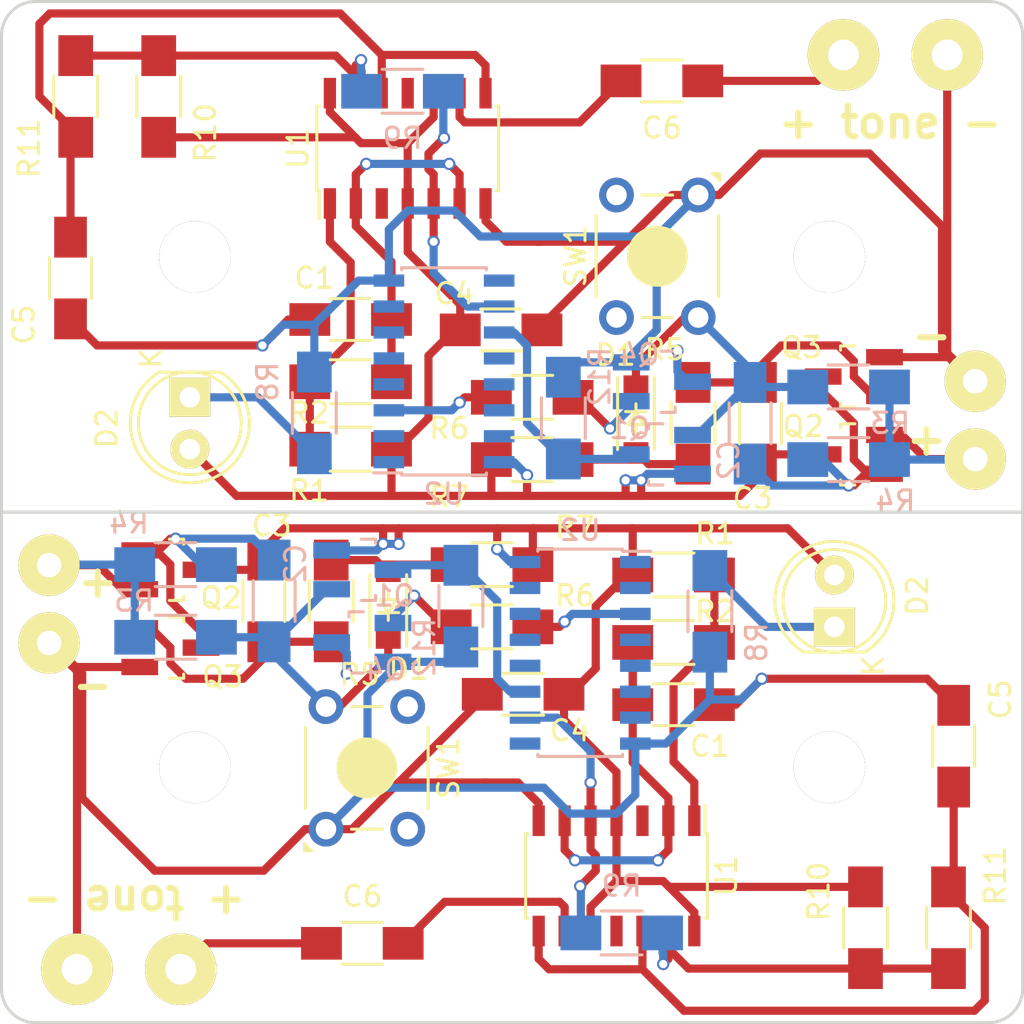
<source format=kicad_pcb>
(kicad_pcb (version 4) (host pcbnew 0.201603210401+6634~43~ubuntu14.04.1-product)

  (general
    (links 145)
    (no_connects 31)
    (area 99.924499 88.333 150.0825 161.7665)
    (thickness 1.6)
    (drawings 18)
    (tracks 414)
    (zones 0)
    (modules 62)
    (nets 32)
  )

  (page A4)
  (layers
    (0 F.Cu signal)
    (31 B.Cu signal)
    (32 B.Adhes user)
    (33 F.Adhes user)
    (34 B.Paste user)
    (35 F.Paste user)
    (36 B.SilkS user)
    (37 F.SilkS user)
    (38 B.Mask user)
    (39 F.Mask user)
    (40 Dwgs.User user)
    (41 Cmts.User user)
    (42 Eco1.User user)
    (43 Eco2.User user)
    (44 Edge.Cuts user)
    (45 Margin user)
    (46 B.CrtYd user)
    (47 F.CrtYd user)
    (48 B.Fab user)
    (49 F.Fab user)
  )

  (setup
    (last_trace_width 0.4)
    (trace_clearance 0.3)
    (zone_clearance 0.508)
    (zone_45_only no)
    (trace_min 0.2)
    (segment_width 0.2)
    (edge_width 0.15)
    (via_size 0.6)
    (via_drill 0.4)
    (via_min_size 0.4)
    (via_min_drill 0.3)
    (uvia_size 0.3)
    (uvia_drill 0.1)
    (uvias_allowed no)
    (uvia_min_size 0.2)
    (uvia_min_drill 0.1)
    (pcb_text_width 0.3)
    (pcb_text_size 1.5 1.5)
    (mod_edge_width 0.15)
    (mod_text_size 1 1)
    (mod_text_width 0.15)
    (pad_size 2.99974 2.99974)
    (pad_drill 1.19888)
    (pad_to_mask_clearance 0.2)
    (aux_axis_origin 0 0)
    (visible_elements FFFFFF7F)
    (pcbplotparams
      (layerselection 0x010f0_ffffffff)
      (usegerberextensions true)
      (excludeedgelayer true)
      (linewidth 0.050000)
      (plotframeref false)
      (viasonmask false)
      (mode 1)
      (useauxorigin false)
      (hpglpennumber 1)
      (hpglpenspeed 20)
      (hpglpendiameter 15)
      (psnegative false)
      (psa4output false)
      (plotreference true)
      (plotvalue true)
      (plotinvisibletext false)
      (padsonsilk false)
      (subtractmaskfromsilk false)
      (outputformat 1)
      (mirror false)
      (drillshape 0)
      (scaleselection 1)
      (outputdirectory gerber/))
  )

  (net 0 "")
  (net 1 "Net-(BT1-Pad1)")
  (net 2 "Net-(C1-Pad1)")
  (net 3 GND)
  (net 4 "Net-(C2-Pad1)")
  (net 5 "Net-(C2-Pad2)")
  (net 6 VDD)
  (net 7 "Net-(C3-Pad2)")
  (net 8 "Net-(C5-Pad1)")
  (net 9 /tone_out)
  (net 10 "Net-(C6-Pad2)")
  (net 11 "Net-(D1-Pad2)")
  (net 12 "Net-(D2-Pad1)")
  (net 13 "Net-(Q1-Pad3)")
  (net 14 "Net-(Q4-Pad1)")
  (net 15 "Net-(R1-Pad2)")
  (net 16 "Net-(R6-Pad2)")
  (net 17 "Net-(R10-Pad2)")
  (net 18 /clk)
  (net 19 "Net-(U1-Pad3)")
  (net 20 "Net-(U1-Pad11)")
  (net 21 "Net-(U2-Pad1)")
  (net 22 "Net-(U2-Pad2)")
  (net 23 "Net-(U2-Pad4)")
  (net 24 "Net-(U2-Pad5)")
  (net 25 "Net-(U2-Pad6)")
  (net 26 "Net-(U2-Pad7)")
  (net 27 "Net-(U2-Pad9)")
  (net 28 "Net-(U2-Pad12)")
  (net 29 "Net-(U2-Pad13)")
  (net 30 "Net-(U2-Pad14)")
  (net 31 "Net-(U2-Pad15)")

  (net_class Default "This is the default net class."
    (clearance 0.3)
    (trace_width 0.4)
    (via_dia 0.6)
    (via_drill 0.4)
    (uvia_dia 0.3)
    (uvia_drill 0.1)
    (add_net /clk)
    (add_net /tone_out)
    (add_net GND)
    (add_net "Net-(BT1-Pad1)")
    (add_net "Net-(C1-Pad1)")
    (add_net "Net-(C2-Pad1)")
    (add_net "Net-(C2-Pad2)")
    (add_net "Net-(C3-Pad2)")
    (add_net "Net-(C5-Pad1)")
    (add_net "Net-(C6-Pad2)")
    (add_net "Net-(D1-Pad2)")
    (add_net "Net-(D2-Pad1)")
    (add_net "Net-(Q1-Pad3)")
    (add_net "Net-(Q4-Pad1)")
    (add_net "Net-(R1-Pad2)")
    (add_net "Net-(R10-Pad2)")
    (add_net "Net-(R6-Pad2)")
    (add_net "Net-(U1-Pad11)")
    (add_net "Net-(U1-Pad3)")
    (add_net "Net-(U2-Pad1)")
    (add_net "Net-(U2-Pad12)")
    (add_net "Net-(U2-Pad13)")
    (add_net "Net-(U2-Pad14)")
    (add_net "Net-(U2-Pad15)")
    (add_net "Net-(U2-Pad2)")
    (add_net "Net-(U2-Pad4)")
    (add_net "Net-(U2-Pad5)")
    (add_net "Net-(U2-Pad6)")
    (add_net "Net-(U2-Pad7)")
    (add_net "Net-(U2-Pad9)")
    (add_net VDD)
  )

  (module Housings_SOIC:SOIC-16_3.9x9.9mm_Pitch1.27mm (layer B.Cu) (tedit 56D37CE7) (tstamp 56F95194)
    (at 128.3335 131.8895 180)
    (descr "16-Lead Plastic Small Outline (SL) - Narrow, 3.90 mm Body [SOIC] (see Microchip Packaging Specification 00000049BS.pdf)")
    (tags "SOIC 1.27")
    (path /56D22174)
    (attr smd)
    (fp_text reference U2 (at 0 6 180) (layer B.SilkS)
      (effects (font (size 1 1) (thickness 0.15)) (justify mirror))
    )
    (fp_text value 4020 (at 2.286 -6.096 180) (layer B.Fab)
      (effects (font (size 1 1) (thickness 0.15)) (justify mirror))
    )
    (fp_line (start -3.7 5.25) (end -3.7 -5.25) (layer B.CrtYd) (width 0.05))
    (fp_line (start 3.7 5.25) (end 3.7 -5.25) (layer B.CrtYd) (width 0.05))
    (fp_line (start -3.7 5.25) (end 3.7 5.25) (layer B.CrtYd) (width 0.05))
    (fp_line (start -3.7 -5.25) (end 3.7 -5.25) (layer B.CrtYd) (width 0.05))
    (fp_line (start -2.075 5.075) (end -2.075 4.97) (layer B.SilkS) (width 0.15))
    (fp_line (start 2.075 5.075) (end 2.075 4.97) (layer B.SilkS) (width 0.15))
    (fp_line (start 2.075 -5.075) (end 2.075 -4.97) (layer B.SilkS) (width 0.15))
    (fp_line (start -2.075 -5.075) (end -2.075 -4.97) (layer B.SilkS) (width 0.15))
    (fp_line (start -2.075 5.075) (end 2.075 5.075) (layer B.SilkS) (width 0.15))
    (fp_line (start -2.075 -5.075) (end 2.075 -5.075) (layer B.SilkS) (width 0.15))
    (fp_line (start -2.075 4.97) (end -3.45 4.97) (layer B.SilkS) (width 0.15))
    (pad 1 smd rect (at -2.7 4.445 180) (size 1.5 0.6) (layers B.Cu B.Paste B.Mask)
      (net 21 "Net-(U2-Pad1)"))
    (pad 2 smd rect (at -2.7 3.175 180) (size 1.5 0.6) (layers B.Cu B.Paste B.Mask)
      (net 22 "Net-(U2-Pad2)"))
    (pad 3 smd rect (at -2.7 1.905 180) (size 1.5 0.6) (layers B.Cu B.Paste B.Mask)
      (net 16 "Net-(R6-Pad2)"))
    (pad 4 smd rect (at -2.7 0.635 180) (size 1.5 0.6) (layers B.Cu B.Paste B.Mask)
      (net 23 "Net-(U2-Pad4)"))
    (pad 5 smd rect (at -2.7 -0.635 180) (size 1.5 0.6) (layers B.Cu B.Paste B.Mask)
      (net 24 "Net-(U2-Pad5)"))
    (pad 6 smd rect (at -2.7 -1.905 180) (size 1.5 0.6) (layers B.Cu B.Paste B.Mask)
      (net 25 "Net-(U2-Pad6)"))
    (pad 7 smd rect (at -2.7 -3.175 180) (size 1.5 0.6) (layers B.Cu B.Paste B.Mask)
      (net 26 "Net-(U2-Pad7)"))
    (pad 8 smd rect (at -2.7 -4.445 180) (size 1.5 0.6) (layers B.Cu B.Paste B.Mask)
      (net 3 GND))
    (pad 9 smd rect (at 2.7 -4.445 180) (size 1.5 0.6) (layers B.Cu B.Paste B.Mask)
      (net 27 "Net-(U2-Pad9)"))
    (pad 10 smd rect (at 2.7 -3.175 180) (size 1.5 0.6) (layers B.Cu B.Paste B.Mask)
      (net 18 /clk))
    (pad 11 smd rect (at 2.7 -1.905 180) (size 1.5 0.6) (layers B.Cu B.Paste B.Mask)
      (net 13 "Net-(Q1-Pad3)"))
    (pad 12 smd rect (at 2.7 -0.635 180) (size 1.5 0.6) (layers B.Cu B.Paste B.Mask)
      (net 28 "Net-(U2-Pad12)"))
    (pad 13 smd rect (at 2.7 0.635 180) (size 1.5 0.6) (layers B.Cu B.Paste B.Mask)
      (net 29 "Net-(U2-Pad13)"))
    (pad 14 smd rect (at 2.7 1.905 180) (size 1.5 0.6) (layers B.Cu B.Paste B.Mask)
      (net 30 "Net-(U2-Pad14)"))
    (pad 15 smd rect (at 2.7 3.175 180) (size 1.5 0.6) (layers B.Cu B.Paste B.Mask)
      (net 31 "Net-(U2-Pad15)"))
    (pad 16 smd rect (at 2.7 4.445 180) (size 1.5 0.6) (layers B.Cu B.Paste B.Mask)
      (net 6 VDD))
    (model Housings_SOIC.3dshapes/SOIC-16_3.9x9.9mm_Pitch1.27mm.wrl
      (at (xyz 0 0 0))
      (scale (xyz 1 1 1))
      (rotate (xyz 0 0 0))
    )
  )

  (module Resistors_SMD:R_1206_HandSoldering (layer B.Cu) (tedit 5418A20D) (tstamp 56F95189)
    (at 130.3655 145.6055 180)
    (descr "Resistor SMD 1206, hand soldering")
    (tags "resistor 1206")
    (path /56D1C6BB)
    (attr smd)
    (fp_text reference R9 (at 0 2.3 180) (layer B.SilkS)
      (effects (font (size 1 1) (thickness 0.15)) (justify mirror))
    )
    (fp_text value 10k (at 0 -2.3 180) (layer B.Fab)
      (effects (font (size 1 1) (thickness 0.15)) (justify mirror))
    )
    (fp_line (start -3.3 1.2) (end 3.3 1.2) (layer B.CrtYd) (width 0.05))
    (fp_line (start -3.3 -1.2) (end 3.3 -1.2) (layer B.CrtYd) (width 0.05))
    (fp_line (start -3.3 1.2) (end -3.3 -1.2) (layer B.CrtYd) (width 0.05))
    (fp_line (start 3.3 1.2) (end 3.3 -1.2) (layer B.CrtYd) (width 0.05))
    (fp_line (start 1 -1.075) (end -1 -1.075) (layer B.SilkS) (width 0.15))
    (fp_line (start -1 1.075) (end 1 1.075) (layer B.SilkS) (width 0.15))
    (pad 1 smd rect (at -2 0 180) (size 2 1.7) (layers B.Cu B.Paste B.Mask)
      (net 17 "Net-(R10-Pad2)"))
    (pad 2 smd rect (at 2 0 180) (size 2 1.7) (layers B.Cu B.Paste B.Mask)
      (net 18 /clk))
    (model Resistors_SMD.3dshapes/R_1206_HandSoldering.wrl
      (at (xyz 0 0 0))
      (scale (xyz 1 1 1))
      (rotate (xyz 0 0 0))
    )
  )

  (module Resistors_SMD:R_1206_HandSoldering (layer B.Cu) (tedit 56D3818A) (tstamp 56F9517E)
    (at 134.6835 129.8575 270)
    (descr "Resistor SMD 1206, hand soldering")
    (tags "resistor 1206")
    (path /56D216BC)
    (attr smd)
    (fp_text reference R8 (at 1.524 -2.286 270) (layer B.SilkS)
      (effects (font (size 1 1) (thickness 0.15)) (justify mirror))
    )
    (fp_text value 680 (at -1.778 -2.286 270) (layer B.Fab)
      (effects (font (size 1 1) (thickness 0.15)) (justify mirror))
    )
    (fp_line (start -3.3 1.2) (end 3.3 1.2) (layer B.CrtYd) (width 0.05))
    (fp_line (start -3.3 -1.2) (end 3.3 -1.2) (layer B.CrtYd) (width 0.05))
    (fp_line (start -3.3 1.2) (end -3.3 -1.2) (layer B.CrtYd) (width 0.05))
    (fp_line (start 3.3 1.2) (end 3.3 -1.2) (layer B.CrtYd) (width 0.05))
    (fp_line (start 1 -1.075) (end -1 -1.075) (layer B.SilkS) (width 0.15))
    (fp_line (start -1 1.075) (end 1 1.075) (layer B.SilkS) (width 0.15))
    (pad 1 smd rect (at -2 0 270) (size 2 1.7) (layers B.Cu B.Paste B.Mask)
      (net 12 "Net-(D2-Pad1)"))
    (pad 2 smd rect (at 2 0 270) (size 2 1.7) (layers B.Cu B.Paste B.Mask)
      (net 3 GND))
    (model Resistors_SMD.3dshapes/R_1206_HandSoldering.wrl
      (at (xyz 0 0 0))
      (scale (xyz 1 1 1))
      (rotate (xyz 0 0 0))
    )
  )

  (module Resistors_SMD:R_1206_HandSoldering (layer B.Cu) (tedit 56D491C6) (tstamp 56F95173)
    (at 122.4915 129.6035 270)
    (descr "Resistor SMD 1206, hand soldering")
    (tags "resistor 1206")
    (path /56D2287E)
    (attr smd)
    (fp_text reference R12 (at 2.032 1.778 270) (layer B.SilkS)
      (effects (font (size 1 1) (thickness 0.15)) (justify mirror))
    )
    (fp_text value 2.2k (at -1.778 1.778 270) (layer B.Fab)
      (effects (font (size 1 1) (thickness 0.15)) (justify mirror))
    )
    (fp_line (start -3.3 1.2) (end 3.3 1.2) (layer B.CrtYd) (width 0.05))
    (fp_line (start -3.3 -1.2) (end 3.3 -1.2) (layer B.CrtYd) (width 0.05))
    (fp_line (start -3.3 1.2) (end -3.3 -1.2) (layer B.CrtYd) (width 0.05))
    (fp_line (start 3.3 1.2) (end 3.3 -1.2) (layer B.CrtYd) (width 0.05))
    (fp_line (start 1 -1.075) (end -1 -1.075) (layer B.SilkS) (width 0.15))
    (fp_line (start -1 1.075) (end 1 1.075) (layer B.SilkS) (width 0.15))
    (pad 1 smd rect (at -2 0 270) (size 2 1.7) (layers B.Cu B.Paste B.Mask)
      (net 13 "Net-(Q1-Pad3)"))
    (pad 2 smd rect (at 2 0 270) (size 2 1.7) (layers B.Cu B.Paste B.Mask)
      (net 3 GND))
    (model Resistors_SMD.3dshapes/R_1206_HandSoldering.wrl
      (at (xyz 0 0 0))
      (scale (xyz 1 1 1))
      (rotate (xyz 0 0 0))
    )
  )

  (module Resistors_SMD:R_1206_HandSoldering (layer B.Cu) (tedit 56D37C8C) (tstamp 56F95168)
    (at 108.5215 127.5715)
    (descr "Resistor SMD 1206, hand soldering")
    (tags "resistor 1206")
    (path /56D1FB0D)
    (attr smd)
    (fp_text reference R4 (at -2.286 -2.032) (layer B.SilkS)
      (effects (font (size 1 1) (thickness 0.15)) (justify mirror))
    )
    (fp_text value 100k (at 1.27 -1.778) (layer B.Fab)
      (effects (font (size 1 1) (thickness 0.15)) (justify mirror))
    )
    (fp_line (start -3.3 1.2) (end 3.3 1.2) (layer B.CrtYd) (width 0.05))
    (fp_line (start -3.3 -1.2) (end 3.3 -1.2) (layer B.CrtYd) (width 0.05))
    (fp_line (start -3.3 1.2) (end -3.3 -1.2) (layer B.CrtYd) (width 0.05))
    (fp_line (start 3.3 1.2) (end 3.3 -1.2) (layer B.CrtYd) (width 0.05))
    (fp_line (start 1 -1.075) (end -1 -1.075) (layer B.SilkS) (width 0.15))
    (fp_line (start -1 1.075) (end 1 1.075) (layer B.SilkS) (width 0.15))
    (pad 1 smd rect (at -2 0) (size 2 1.7) (layers B.Cu B.Paste B.Mask)
      (net 1 "Net-(BT1-Pad1)"))
    (pad 2 smd rect (at 2 0) (size 2 1.7) (layers B.Cu B.Paste B.Mask)
      (net 4 "Net-(C2-Pad1)"))
    (model Resistors_SMD.3dshapes/R_1206_HandSoldering.wrl
      (at (xyz 0 0 0))
      (scale (xyz 1 1 1))
      (rotate (xyz 0 0 0))
    )
  )

  (module TO_SOT_Packages_SMD:SOT-23_Handsoldering (layer B.Cu) (tedit 56D494AB) (tstamp 56F9515E)
    (at 117.6655 131.3815 270)
    (descr "SOT-23, Handsoldering")
    (tags SOT-23)
    (path /56D29A87)
    (attr smd)
    (fp_text reference Q4 (at 1.33096 -1.12776 540) (layer B.SilkS)
      (effects (font (size 1 1) (thickness 0.15)) (justify mirror))
    )
    (fp_text value 2N7002E (at 1.58496 1.35128 360) (layer B.Fab)
      (effects (font (size 0.5 0.5) (thickness 0.125)) (justify mirror))
    )
    (fp_line (start -1.49982 -0.0508) (end -1.49982 0.65024) (layer B.SilkS) (width 0.15))
    (fp_line (start -1.49982 0.65024) (end -1.2509 0.65024) (layer B.SilkS) (width 0.15))
    (fp_line (start 1.29916 0.65024) (end 1.49982 0.65024) (layer B.SilkS) (width 0.15))
    (fp_line (start 1.49982 0.65024) (end 1.49982 -0.0508) (layer B.SilkS) (width 0.15))
    (pad 1 smd rect (at -0.95 -1.50114 270) (size 0.8001 1.80086) (layers B.Cu B.Paste B.Mask)
      (net 14 "Net-(Q4-Pad1)"))
    (pad 2 smd rect (at 0.95 -1.50114 270) (size 0.8001 1.80086) (layers B.Cu B.Paste B.Mask)
      (net 3 GND))
    (pad 3 smd rect (at 0 1.50114 270) (size 0.8001 1.80086) (layers B.Cu B.Paste B.Mask)
      (net 7 "Net-(C3-Pad2)"))
    (model TO_SOT_Packages_SMD.3dshapes/SOT-23_Handsoldering.wrl
      (at (xyz 0 0 0))
      (scale (xyz 1 1 1))
      (rotate (xyz 0 0 0))
    )
  )

  (module TO_SOT_Packages_SMD:SOT-23_Handsoldering (layer B.Cu) (tedit 56D493CB) (tstamp 56F95154)
    (at 117.6655 127.8255 90)
    (descr "SOT-23, Handsoldering")
    (tags SOT-23)
    (path /56D28F93)
    (attr smd)
    (fp_text reference Q1 (at -1.27508 1.5748 180) (layer B.SilkS)
      (effects (font (size 1 1) (thickness 0.15)) (justify mirror))
    )
    (fp_text value DMP3099L-7 (at 2.12344 0.08128 180) (layer B.Fab)
      (effects (font (size 1 1) (thickness 0.15)) (justify mirror))
    )
    (fp_line (start -1.49982 -0.0508) (end -1.49982 0.65024) (layer B.SilkS) (width 0.15))
    (fp_line (start -1.49982 0.65024) (end -1.2509 0.65024) (layer B.SilkS) (width 0.15))
    (fp_line (start 1.29916 0.65024) (end 1.49982 0.65024) (layer B.SilkS) (width 0.15))
    (fp_line (start 1.49982 0.65024) (end 1.49982 -0.0508) (layer B.SilkS) (width 0.15))
    (pad 1 smd rect (at -0.95 -1.50114 90) (size 0.8001 1.80086) (layers B.Cu B.Paste B.Mask)
      (net 5 "Net-(C2-Pad2)"))
    (pad 2 smd rect (at 0.95 -1.50114 90) (size 0.8001 1.80086) (layers B.Cu B.Paste B.Mask)
      (net 6 VDD))
    (pad 3 smd rect (at 0 1.50114 90) (size 0.8001 1.80086) (layers B.Cu B.Paste B.Mask)
      (net 13 "Net-(Q1-Pad3)"))
    (model TO_SOT_Packages_SMD.3dshapes/SOT-23_Handsoldering.wrl
      (at (xyz 0 0 0))
      (scale (xyz 1 1 1))
      (rotate (xyz 0 0 0))
    )
  )

  (module Capacitors_SMD:C_1206_HandSoldering (layer B.Cu) (tedit 56D493F4) (tstamp 56F95149)
    (at 113.3475 129.3495 270)
    (descr "Capacitor SMD 1206, hand soldering")
    (tags "capacitor 1206")
    (path /56D1FB4F)
    (attr smd)
    (fp_text reference C2 (at -1.81356 -1.04648 270) (layer B.SilkS)
      (effects (font (size 1 1) (thickness 0.15)) (justify mirror))
    )
    (fp_text value 1uF (at 1.47828 -1.17348 270) (layer B.Fab)
      (effects (font (size 1 1) (thickness 0.15)) (justify mirror))
    )
    (fp_line (start -3.3 1.15) (end 3.3 1.15) (layer B.CrtYd) (width 0.05))
    (fp_line (start -3.3 -1.15) (end 3.3 -1.15) (layer B.CrtYd) (width 0.05))
    (fp_line (start -3.3 1.15) (end -3.3 -1.15) (layer B.CrtYd) (width 0.05))
    (fp_line (start 3.3 1.15) (end 3.3 -1.15) (layer B.CrtYd) (width 0.05))
    (fp_line (start 1 1.025) (end -1 1.025) (layer B.SilkS) (width 0.15))
    (fp_line (start -1 -1.025) (end 1 -1.025) (layer B.SilkS) (width 0.15))
    (pad 1 smd rect (at -2 0 270) (size 2 1.6) (layers B.Cu B.Paste B.Mask)
      (net 4 "Net-(C2-Pad1)"))
    (pad 2 smd rect (at 2 0 270) (size 2 1.6) (layers B.Cu B.Paste B.Mask)
      (net 5 "Net-(C2-Pad2)"))
    (model Capacitors_SMD.3dshapes/C_1206_HandSoldering.wrl
      (at (xyz 0 0 0))
      (scale (xyz 1 1 1))
      (rotate (xyz 0 0 0))
    )
  )

  (module Resistors_SMD:R_1206_HandSoldering (layer B.Cu) (tedit 56D37C9F) (tstamp 56F9513E)
    (at 108.5215 131.1275)
    (descr "Resistor SMD 1206, hand soldering")
    (tags "resistor 1206")
    (path /56D1FABB)
    (attr smd)
    (fp_text reference R3 (at -2.032 -1.778) (layer B.SilkS)
      (effects (font (size 1 1) (thickness 0.15)) (justify mirror))
    )
    (fp_text value 100k (at 1.27 -1.778) (layer B.Fab)
      (effects (font (size 1 1) (thickness 0.15)) (justify mirror))
    )
    (fp_line (start -3.3 1.2) (end 3.3 1.2) (layer B.CrtYd) (width 0.05))
    (fp_line (start -3.3 -1.2) (end 3.3 -1.2) (layer B.CrtYd) (width 0.05))
    (fp_line (start -3.3 1.2) (end -3.3 -1.2) (layer B.CrtYd) (width 0.05))
    (fp_line (start 3.3 1.2) (end 3.3 -1.2) (layer B.CrtYd) (width 0.05))
    (fp_line (start 1 -1.075) (end -1 -1.075) (layer B.SilkS) (width 0.15))
    (fp_line (start -1 1.075) (end 1 1.075) (layer B.SilkS) (width 0.15))
    (pad 1 smd rect (at -2 0) (size 2 1.7) (layers B.Cu B.Paste B.Mask)
      (net 1 "Net-(BT1-Pad1)"))
    (pad 2 smd rect (at 2 0) (size 2 1.7) (layers B.Cu B.Paste B.Mask)
      (net 5 "Net-(C2-Pad2)"))
    (model Resistors_SMD.3dshapes/R_1206_HandSoldering.wrl
      (at (xyz 0 0 0))
      (scale (xyz 1 1 1))
      (rotate (xyz 0 0 0))
    )
  )

  (module modules:SolderWirePad_2x_1-5mmDrill (layer F.Cu) (tedit 56D49628) (tstamp 56F95139)
    (at 106.2355 147.3835 180)
    (path /56D1C99A)
    (fp_text reference P1 (at 0 -3.81 180) (layer F.SilkS) hide
      (effects (font (size 1 1) (thickness 0.15)))
    )
    (fp_text value cable_test_out (at -0.762 -13.208 180) (layer F.Fab) hide
      (effects (font (size 1 1) (thickness 0.15)))
    )
    (pad 1 thru_hole circle (at -2.54 0 180) (size 3.50012 3.50012) (drill 1.50114) (layers *.Cu *.Mask F.SilkS)
      (net 9 /tone_out))
    (pad 2 thru_hole circle (at 2.54 0 180) (size 3.50012 3.50012) (drill 1.50114) (layers *.Cu *.Mask F.SilkS)
      (net 3 GND))
  )

  (module Mounting_Holes:MountingHole_3-5mm (layer F.Cu) (tedit 56D37D0A) (tstamp 56F95134)
    (at 109.4645 137.4995 180)
    (descr "Mounting hole, Befestigungsbohrung, 3,5mm, No Annular, Kein Restring,")
    (tags "Mounting hole, Befestigungsbohrung, 3,5mm, No Annular, Kein Restring,")
    (fp_text reference REF** (at 0 -4.50088 180) (layer F.SilkS) hide
      (effects (font (size 1 1) (thickness 0.15)))
    )
    (fp_text value MountingHole_3-5mm (at 0 5.00126 180) (layer F.Fab) hide
      (effects (font (size 1 1) (thickness 0.15)))
    )
    (fp_circle (center 0 0) (end 3.5 0) (layer Cmts.User) (width 0.381))
    (pad 1 thru_hole circle (at 0 0 180) (size 3.5 3.5) (drill 3.5) (layers))
  )

  (module Buttons_Switches_ThroughHole:SW_TH_Tactile_Omron_B3F-10xx (layer F.Cu) (tedit 56D4937A) (tstamp 56F95119)
    (at 115.8875 140.5255 90)
    (descr SW_TH_Tactile_Omron_B3F-10xx)
    (tags "Omron B3F-10xx")
    (path /56D1FBCE)
    (fp_text reference SW1 (at 3 6 90) (layer F.SilkS)
      (effects (font (size 1 1) (thickness 0.15)))
    )
    (fp_text value on-off (at 0.77724 -1.87452 90) (layer F.Fab)
      (effects (font (size 1 1) (thickness 0.15)))
    )
    (fp_line (start -0.95 -1) (end -0.95 -0.9) (layer F.SilkS) (width 0.15))
    (fp_line (start -1.05 -1.05) (end -0.7 -1.05) (layer F.SilkS) (width 0.15))
    (fp_arc (start 0 0) (end -1.05 -0.7) (angle 22.61986495) (layer F.SilkS) (width 0.15))
    (fp_line (start -1.05 -1.05) (end -1.05 -0.7) (layer F.SilkS) (width 0.15))
    (fp_line (start 7.15 -1.15) (end 0.45 -1.15) (layer F.CrtYd) (width 0.05))
    (fp_line (start 7.15 5.15) (end 7.15 -1.15) (layer F.CrtYd) (width 0.05))
    (fp_line (start -1.15 5.15) (end 7.15 5.15) (layer F.CrtYd) (width 0.05))
    (fp_line (start -1.15 0) (end -1.15 5.15) (layer F.CrtYd) (width 0.05))
    (fp_line (start -1.15 -1.15) (end 0.45 -1.15) (layer F.CrtYd) (width 0.05))
    (fp_line (start -1.15 0) (end -1.15 -1.15) (layer F.CrtYd) (width 0.05))
    (fp_circle (center 3 2) (end 4 3) (layer F.SilkS) (width 0.15))
    (fp_line (start 1 5) (end 5 5) (layer F.SilkS) (width 0.15))
    (fp_line (start 1 -1) (end 5 -1) (layer F.SilkS) (width 0.15))
    (fp_line (start 0 2.75) (end 0 1.25) (layer F.SilkS) (width 0.15))
    (fp_line (start 6 1.25) (end 6 2.75) (layer F.SilkS) (width 0.15))
    (fp_line (start 0 2) (end 0 2) (layer F.SilkS) (width 0))
    (fp_line (start 5 5) (end 1 5) (layer F.SilkS) (width 0))
    (fp_line (start 5 -1) (end 1 -1) (layer F.SilkS) (width 0))
    (fp_line (start 6 2) (end 6 2) (layer F.SilkS) (width 0))
    (fp_circle (center 3 2) (end 4 3) (layer F.SilkS) (width 0))
    (pad 4 thru_hole circle (at 6 4 90) (size 1.7 1.7) (drill 1) (layers *.Cu *.Mask))
    (pad 3 thru_hole circle (at 0 4 90) (size 1.7 1.7) (drill 1) (layers *.Cu *.Mask))
    (pad 2 thru_hole circle (at 6 0 90) (size 1.7 1.7) (drill 1) (layers *.Cu *.Mask)
      (net 5 "Net-(C2-Pad2)"))
    (pad 1 thru_hole circle (at 0 0 90) (size 1.7 1.7) (drill 1) (layers *.Cu *.Mask)
      (net 3 GND))
  )

  (module Capacitors_SMD:C_1206_HandSoldering (layer F.Cu) (tedit 541A9C03) (tstamp 56F9510E)
    (at 117.6655 146.1135)
    (descr "Capacitor SMD 1206, hand soldering")
    (tags "capacitor 1206")
    (path /56D1C8EB)
    (attr smd)
    (fp_text reference C6 (at 0 -2.3) (layer F.SilkS)
      (effects (font (size 1 1) (thickness 0.15)))
    )
    (fp_text value 1uF (at 0 2.3) (layer F.Fab)
      (effects (font (size 1 1) (thickness 0.15)))
    )
    (fp_line (start -3.3 -1.15) (end 3.3 -1.15) (layer F.CrtYd) (width 0.05))
    (fp_line (start -3.3 1.15) (end 3.3 1.15) (layer F.CrtYd) (width 0.05))
    (fp_line (start -3.3 -1.15) (end -3.3 1.15) (layer F.CrtYd) (width 0.05))
    (fp_line (start 3.3 -1.15) (end 3.3 1.15) (layer F.CrtYd) (width 0.05))
    (fp_line (start 1 -1.025) (end -1 -1.025) (layer F.SilkS) (width 0.15))
    (fp_line (start -1 1.025) (end 1 1.025) (layer F.SilkS) (width 0.15))
    (pad 1 smd rect (at -2 0) (size 2 1.6) (layers F.Cu F.Paste F.Mask)
      (net 9 /tone_out))
    (pad 2 smd rect (at 2 0) (size 2 1.6) (layers F.Cu F.Paste F.Mask)
      (net 10 "Net-(C6-Pad2)"))
    (model Capacitors_SMD.3dshapes/C_1206_HandSoldering.wrl
      (at (xyz 0 0 0))
      (scale (xyz 1 1 1))
      (rotate (xyz 0 0 0))
    )
  )

  (module modules:SolderWirePad_2x_1-2mmDrill (layer F.Cu) (tedit 56D37C47) (tstamp 56F95109)
    (at 102.3239 129.5019 270)
    (path /56D1B8FC)
    (fp_text reference BT1 (at 0 -3.81 270) (layer F.SilkS) hide
      (effects (font (size 1 1) (thickness 0.15)))
    )
    (fp_text value "Battery 9V" (at 7.4676 0.9144 270) (layer F.Fab)
      (effects (font (size 1 1) (thickness 0.15)))
    )
    (pad 1 thru_hole circle (at -1.905 0 270) (size 2.99974 2.99974) (drill 1.19888) (layers *.Cu *.Mask F.SilkS)
      (net 1 "Net-(BT1-Pad1)"))
    (pad 2 thru_hole circle (at 1.905 0 270) (size 2.99974 2.99974) (drill 1.19888) (layers *.Cu *.Mask F.SilkS)
      (net 3 GND))
  )

  (module Diodes_SMD:SOD-123 (layer F.Cu) (tedit 56D4959B) (tstamp 56F950F8)
    (at 118.9355 129.6035 90)
    (descr SOD-123)
    (tags SOD-123)
    (path /56D22E92)
    (attr smd)
    (fp_text reference D1 (at -3.08864 0.99568 180) (layer F.SilkS)
      (effects (font (size 1 1) (thickness 0.15)))
    )
    (fp_text value 1n4148 (at 0 2.1 90) (layer F.Fab) hide
      (effects (font (size 1 1) (thickness 0.15)))
    )
    (fp_line (start 0.3175 0) (end 0.6985 0) (layer F.SilkS) (width 0.15))
    (fp_line (start -0.6985 0) (end -0.3175 0) (layer F.SilkS) (width 0.15))
    (fp_line (start -0.3175 0) (end 0.3175 -0.381) (layer F.SilkS) (width 0.15))
    (fp_line (start 0.3175 -0.381) (end 0.3175 0.381) (layer F.SilkS) (width 0.15))
    (fp_line (start 0.3175 0.381) (end -0.3175 0) (layer F.SilkS) (width 0.15))
    (fp_line (start -0.3175 -0.508) (end -0.3175 0.508) (layer F.SilkS) (width 0.15))
    (fp_line (start -2.25 -1.05) (end 2.25 -1.05) (layer F.CrtYd) (width 0.05))
    (fp_line (start 2.25 -1.05) (end 2.25 1.05) (layer F.CrtYd) (width 0.05))
    (fp_line (start 2.25 1.05) (end -2.25 1.05) (layer F.CrtYd) (width 0.05))
    (fp_line (start -2.25 -1.05) (end -2.25 1.05) (layer F.CrtYd) (width 0.05))
    (fp_line (start -2 0.9) (end 1.54 0.9) (layer F.SilkS) (width 0.15))
    (fp_line (start -2 -0.9) (end 1.54 -0.9) (layer F.SilkS) (width 0.15))
    (pad 1 smd rect (at -1.635 0 90) (size 0.91 1.22) (layers F.Cu F.Paste F.Mask)
      (net 5 "Net-(C2-Pad2)"))
    (pad 2 smd rect (at 1.635 0 90) (size 0.91 1.22) (layers F.Cu F.Paste F.Mask)
      (net 11 "Net-(D1-Pad2)"))
  )

  (module Mounting_Holes:MountingHole_3-5mm (layer F.Cu) (tedit 56D37D0F) (tstamp 56F950F3)
    (at 140.5345 137.4995 180)
    (descr "Mounting hole, Befestigungsbohrung, 3,5mm, No Annular, Kein Restring,")
    (tags "Mounting hole, Befestigungsbohrung, 3,5mm, No Annular, Kein Restring,")
    (fp_text reference REF** (at 0 -4.50088 180) (layer F.SilkS) hide
      (effects (font (size 1 1) (thickness 0.15)))
    )
    (fp_text value MountingHole_3-5mm (at 0 5.00126 180) (layer F.Fab) hide
      (effects (font (size 1 1) (thickness 0.15)))
    )
    (fp_circle (center 0 0) (end 3.5 0) (layer Cmts.User) (width 0.381))
    (pad 1 thru_hole circle (at 0 0 180) (size 3.5 3.5) (drill 3.5) (layers))
  )

  (module Resistors_SMD:R_1206_HandSoldering (layer F.Cu) (tedit 56D37D54) (tstamp 56F950E8)
    (at 146.3675 145.3515 90)
    (descr "Resistor SMD 1206, hand soldering")
    (tags "resistor 1206")
    (path /56D1C5BE)
    (attr smd)
    (fp_text reference R11 (at 2.54 2.286 90) (layer F.SilkS)
      (effects (font (size 1 1) (thickness 0.15)))
    )
    (fp_text value 2.2k (at -2.032 2.286 90) (layer F.Fab)
      (effects (font (size 1 1) (thickness 0.15)))
    )
    (fp_line (start -3.3 -1.2) (end 3.3 -1.2) (layer F.CrtYd) (width 0.05))
    (fp_line (start -3.3 1.2) (end 3.3 1.2) (layer F.CrtYd) (width 0.05))
    (fp_line (start -3.3 -1.2) (end -3.3 1.2) (layer F.CrtYd) (width 0.05))
    (fp_line (start 3.3 -1.2) (end 3.3 1.2) (layer F.CrtYd) (width 0.05))
    (fp_line (start 1 1.075) (end -1 1.075) (layer F.SilkS) (width 0.15))
    (fp_line (start -1 -1.075) (end 1 -1.075) (layer F.SilkS) (width 0.15))
    (pad 1 smd rect (at -2 0 90) (size 2 1.7) (layers F.Cu F.Paste F.Mask)
      (net 17 "Net-(R10-Pad2)"))
    (pad 2 smd rect (at 2 0 90) (size 2 1.7) (layers F.Cu F.Paste F.Mask)
      (net 8 "Net-(C5-Pad1)"))
    (model Resistors_SMD.3dshapes/R_1206_HandSoldering.wrl
      (at (xyz 0 0 0))
      (scale (xyz 1 1 1))
      (rotate (xyz 0 0 0))
    )
  )

  (module Resistors_SMD:R_1206_HandSoldering (layer F.Cu) (tedit 56D37D2C) (tstamp 56F950DD)
    (at 142.3035 145.3515 270)
    (descr "Resistor SMD 1206, hand soldering")
    (tags "resistor 1206")
    (path /56D1C56E)
    (attr smd)
    (fp_text reference R10 (at -1.778 2.286 270) (layer F.SilkS)
      (effects (font (size 1 1) (thickness 0.15)))
    )
    (fp_text value 2.2k (at 2.032 2.286 270) (layer F.Fab)
      (effects (font (size 1 1) (thickness 0.15)))
    )
    (fp_line (start -3.3 -1.2) (end 3.3 -1.2) (layer F.CrtYd) (width 0.05))
    (fp_line (start -3.3 1.2) (end 3.3 1.2) (layer F.CrtYd) (width 0.05))
    (fp_line (start -3.3 -1.2) (end -3.3 1.2) (layer F.CrtYd) (width 0.05))
    (fp_line (start 3.3 -1.2) (end 3.3 1.2) (layer F.CrtYd) (width 0.05))
    (fp_line (start 1 1.075) (end -1 1.075) (layer F.SilkS) (width 0.15))
    (fp_line (start -1 -1.075) (end 1 -1.075) (layer F.SilkS) (width 0.15))
    (pad 1 smd rect (at -2 0 270) (size 2 1.7) (layers F.Cu F.Paste F.Mask)
      (net 6 VDD))
    (pad 2 smd rect (at 2 0 270) (size 2 1.7) (layers F.Cu F.Paste F.Mask)
      (net 17 "Net-(R10-Pad2)"))
    (model Resistors_SMD.3dshapes/R_1206_HandSoldering.wrl
      (at (xyz 0 0 0))
      (scale (xyz 1 1 1))
      (rotate (xyz 0 0 0))
    )
  )

  (module LEDs:LED-5MM (layer F.Cu) (tedit 5570F7EA) (tstamp 56F950D2)
    (at 140.7795 130.6195 90)
    (descr "LED 5mm round vertical")
    (tags "LED 5mm round vertical")
    (path /56D21591)
    (fp_text reference D2 (at 1.524 4.064 90) (layer F.SilkS)
      (effects (font (size 1 1) (thickness 0.15)))
    )
    (fp_text value LED (at 1.524 -3.937 90) (layer F.Fab)
      (effects (font (size 1 1) (thickness 0.15)))
    )
    (fp_line (start -1.5 -1.55) (end -1.5 1.55) (layer F.CrtYd) (width 0.05))
    (fp_arc (start 1.3 0) (end -1.5 1.55) (angle -302) (layer F.CrtYd) (width 0.05))
    (fp_arc (start 1.27 0) (end -1.23 -1.5) (angle 297.5) (layer F.SilkS) (width 0.15))
    (fp_line (start -1.23 1.5) (end -1.23 -1.5) (layer F.SilkS) (width 0.15))
    (fp_circle (center 1.27 0) (end 0.97 -2.5) (layer F.SilkS) (width 0.15))
    (fp_text user K (at -1.905 1.905 90) (layer F.SilkS)
      (effects (font (size 1 1) (thickness 0.15)))
    )
    (pad 1 thru_hole rect (at 0 0 180) (size 2 1.9) (drill 1.00076) (layers *.Cu *.Mask F.SilkS)
      (net 12 "Net-(D2-Pad1)"))
    (pad 2 thru_hole circle (at 2.54 0 90) (size 1.9 1.9) (drill 1.00076) (layers *.Cu *.Mask F.SilkS)
      (net 6 VDD))
    (model LEDs.3dshapes/LED-5MM.wrl
      (at (xyz 0.05 0 0))
      (scale (xyz 1 1 1))
      (rotate (xyz 0 0 90))
    )
  )

  (module Capacitors_SMD:C_1206_HandSoldering (layer F.Cu) (tedit 56D37D62) (tstamp 56F950C7)
    (at 146.6215 136.4615 90)
    (descr "Capacitor SMD 1206, hand soldering")
    (tags "capacitor 1206")
    (path /56D1C613)
    (attr smd)
    (fp_text reference C5 (at 2.286 2.286 90) (layer F.SilkS)
      (effects (font (size 1 1) (thickness 0.15)))
    )
    (fp_text value 100n (at -1.524 2.286 90) (layer F.Fab)
      (effects (font (size 1 1) (thickness 0.15)))
    )
    (fp_line (start -3.3 -1.15) (end 3.3 -1.15) (layer F.CrtYd) (width 0.05))
    (fp_line (start -3.3 1.15) (end 3.3 1.15) (layer F.CrtYd) (width 0.05))
    (fp_line (start -3.3 -1.15) (end -3.3 1.15) (layer F.CrtYd) (width 0.05))
    (fp_line (start 3.3 -1.15) (end 3.3 1.15) (layer F.CrtYd) (width 0.05))
    (fp_line (start 1 -1.025) (end -1 -1.025) (layer F.SilkS) (width 0.15))
    (fp_line (start -1 1.025) (end 1 1.025) (layer F.SilkS) (width 0.15))
    (pad 1 smd rect (at -2 0 90) (size 2 1.6) (layers F.Cu F.Paste F.Mask)
      (net 8 "Net-(C5-Pad1)"))
    (pad 2 smd rect (at 2 0 90) (size 2 1.6) (layers F.Cu F.Paste F.Mask)
      (net 3 GND))
    (model Capacitors_SMD.3dshapes/C_1206_HandSoldering.wrl
      (at (xyz 0 0 0))
      (scale (xyz 1 1 1))
      (rotate (xyz 0 0 0))
    )
  )

  (module Capacitors_SMD:C_1206_HandSoldering (layer F.Cu) (tedit 56D37EA3) (tstamp 56F950BC)
    (at 132.9055 134.4295)
    (descr "Capacitor SMD 1206, hand soldering")
    (tags "capacitor 1206")
    (path /56D1EE24)
    (attr smd)
    (fp_text reference C1 (at 1.778 2.032) (layer F.SilkS)
      (effects (font (size 1 1) (thickness 0.15)))
    )
    (fp_text value 1uF (at -1.778 2.032) (layer F.Fab)
      (effects (font (size 1 1) (thickness 0.15)))
    )
    (fp_line (start -3.3 -1.15) (end 3.3 -1.15) (layer F.CrtYd) (width 0.05))
    (fp_line (start -3.3 1.15) (end 3.3 1.15) (layer F.CrtYd) (width 0.05))
    (fp_line (start -3.3 -1.15) (end -3.3 1.15) (layer F.CrtYd) (width 0.05))
    (fp_line (start 3.3 -1.15) (end 3.3 1.15) (layer F.CrtYd) (width 0.05))
    (fp_line (start 1 -1.025) (end -1 -1.025) (layer F.SilkS) (width 0.15))
    (fp_line (start -1 1.025) (end 1 1.025) (layer F.SilkS) (width 0.15))
    (pad 1 smd rect (at -2 0) (size 2 1.6) (layers F.Cu F.Paste F.Mask)
      (net 2 "Net-(C1-Pad1)"))
    (pad 2 smd rect (at 2 0) (size 2 1.6) (layers F.Cu F.Paste F.Mask)
      (net 3 GND))
    (model Capacitors_SMD.3dshapes/C_1206_HandSoldering.wrl
      (at (xyz 0 0 0))
      (scale (xyz 1 1 1))
      (rotate (xyz 0 0 0))
    )
  )

  (module Housings_SOIC:SOIC-14_3.9x8.7mm_Pitch1.27mm (layer F.Cu) (tedit 54130A77) (tstamp 56F950A0)
    (at 130.1115 142.8115 270)
    (descr "14-Lead Plastic Small Outline (SL) - Narrow, 3.90 mm Body [SOIC] (see Microchip Packaging Specification 00000049BS.pdf)")
    (tags "SOIC 1.27")
    (path /56D1BECB)
    (attr smd)
    (fp_text reference U1 (at 0 -5.375 270) (layer F.SilkS)
      (effects (font (size 1 1) (thickness 0.15)))
    )
    (fp_text value 556 (at 0 5.375 270) (layer F.Fab)
      (effects (font (size 1 1) (thickness 0.15)))
    )
    (fp_line (start -3.7 -4.65) (end -3.7 4.65) (layer F.CrtYd) (width 0.05))
    (fp_line (start 3.7 -4.65) (end 3.7 4.65) (layer F.CrtYd) (width 0.05))
    (fp_line (start -3.7 -4.65) (end 3.7 -4.65) (layer F.CrtYd) (width 0.05))
    (fp_line (start -3.7 4.65) (end 3.7 4.65) (layer F.CrtYd) (width 0.05))
    (fp_line (start -2.075 -4.45) (end -2.075 -4.335) (layer F.SilkS) (width 0.15))
    (fp_line (start 2.075 -4.45) (end 2.075 -4.335) (layer F.SilkS) (width 0.15))
    (fp_line (start 2.075 4.45) (end 2.075 4.335) (layer F.SilkS) (width 0.15))
    (fp_line (start -2.075 4.45) (end -2.075 4.335) (layer F.SilkS) (width 0.15))
    (fp_line (start -2.075 -4.45) (end 2.075 -4.45) (layer F.SilkS) (width 0.15))
    (fp_line (start -2.075 4.45) (end 2.075 4.45) (layer F.SilkS) (width 0.15))
    (fp_line (start -2.075 -4.335) (end -3.45 -4.335) (layer F.SilkS) (width 0.15))
    (pad 1 smd rect (at -2.7 -3.81 270) (size 1.5 0.6) (layers F.Cu F.Paste F.Mask)
      (net 15 "Net-(R1-Pad2)"))
    (pad 2 smd rect (at -2.7 -2.54 270) (size 1.5 0.6) (layers F.Cu F.Paste F.Mask)
      (net 2 "Net-(C1-Pad1)"))
    (pad 3 smd rect (at -2.7 -1.27 270) (size 1.5 0.6) (layers F.Cu F.Paste F.Mask)
      (net 19 "Net-(U1-Pad3)"))
    (pad 4 smd rect (at -2.7 0 270) (size 1.5 0.6) (layers F.Cu F.Paste F.Mask)
      (net 6 VDD))
    (pad 5 smd rect (at -2.7 1.27 270) (size 1.5 0.6) (layers F.Cu F.Paste F.Mask)
      (net 18 /clk))
    (pad 6 smd rect (at -2.7 2.54 270) (size 1.5 0.6) (layers F.Cu F.Paste F.Mask)
      (net 2 "Net-(C1-Pad1)"))
    (pad 7 smd rect (at -2.7 3.81 270) (size 1.5 0.6) (layers F.Cu F.Paste F.Mask)
      (net 3 GND))
    (pad 8 smd rect (at 2.7 3.81 270) (size 1.5 0.6) (layers F.Cu F.Paste F.Mask)
      (net 8 "Net-(C5-Pad1)"))
    (pad 9 smd rect (at 2.7 2.54 270) (size 1.5 0.6) (layers F.Cu F.Paste F.Mask)
      (net 10 "Net-(C6-Pad2)"))
    (pad 10 smd rect (at 2.7 1.27 270) (size 1.5 0.6) (layers F.Cu F.Paste F.Mask)
      (net 6 VDD))
    (pad 11 smd rect (at 2.7 0 270) (size 1.5 0.6) (layers F.Cu F.Paste F.Mask)
      (net 20 "Net-(U1-Pad11)"))
    (pad 12 smd rect (at 2.7 -1.27 270) (size 1.5 0.6) (layers F.Cu F.Paste F.Mask)
      (net 8 "Net-(C5-Pad1)"))
    (pad 13 smd rect (at 2.7 -2.54 270) (size 1.5 0.6) (layers F.Cu F.Paste F.Mask)
      (net 17 "Net-(R10-Pad2)"))
    (pad 14 smd rect (at 2.7 -3.81 270) (size 1.5 0.6) (layers F.Cu F.Paste F.Mask)
      (net 6 VDD))
    (model Housings_SOIC.3dshapes/SOIC-14_3.9x8.7mm_Pitch1.27mm.wrl
      (at (xyz 0 0 0))
      (scale (xyz 1 1 1))
      (rotate (xyz 0 0 0))
    )
  )

  (module Capacitors_SMD:C_1206_HandSoldering (layer F.Cu) (tedit 56D49556) (tstamp 56F95095)
    (at 112.8395 129.3495 270)
    (descr "Capacitor SMD 1206, hand soldering")
    (tags "capacitor 1206")
    (path /56D205EA)
    (attr smd)
    (fp_text reference C3 (at -3.68808 -0.38608 360) (layer F.SilkS)
      (effects (font (size 1 1) (thickness 0.15)))
    )
    (fp_text value 10uF (at 5.11556 -0.42164 270) (layer F.Fab)
      (effects (font (size 1 1) (thickness 0.15)))
    )
    (fp_line (start -3.3 -1.15) (end 3.3 -1.15) (layer F.CrtYd) (width 0.05))
    (fp_line (start -3.3 1.15) (end 3.3 1.15) (layer F.CrtYd) (width 0.05))
    (fp_line (start -3.3 -1.15) (end -3.3 1.15) (layer F.CrtYd) (width 0.05))
    (fp_line (start 3.3 -1.15) (end 3.3 1.15) (layer F.CrtYd) (width 0.05))
    (fp_line (start 1 -1.025) (end -1 -1.025) (layer F.SilkS) (width 0.15))
    (fp_line (start -1 1.025) (end 1 1.025) (layer F.SilkS) (width 0.15))
    (pad 1 smd rect (at -2 0 270) (size 2 1.6) (layers F.Cu F.Paste F.Mask)
      (net 6 VDD))
    (pad 2 smd rect (at 2 0 270) (size 2 1.6) (layers F.Cu F.Paste F.Mask)
      (net 7 "Net-(C3-Pad2)"))
    (model Capacitors_SMD.3dshapes/C_1206_HandSoldering.wrl
      (at (xyz 0 0 0))
      (scale (xyz 1 1 1))
      (rotate (xyz 0 0 0))
    )
  )

  (module TO_SOT_Packages_SMD:SOT-23_Handsoldering (layer F.Cu) (tedit 56D49510) (tstamp 56F9508B)
    (at 108.2675 131.6355 270)
    (descr "SOT-23, Handsoldering")
    (tags SOT-23)
    (path /56D296B8)
    (attr smd)
    (fp_text reference Q3 (at 1.4224 -2.56032 360) (layer F.SilkS)
      (effects (font (size 1 1) (thickness 0.15)))
    )
    (fp_text value 2N7002E (at 1.27 -0.508 360) (layer F.Fab)
      (effects (font (size 1 1) (thickness 0.15)))
    )
    (fp_line (start -1.49982 0.0508) (end -1.49982 -0.65024) (layer F.SilkS) (width 0.15))
    (fp_line (start -1.49982 -0.65024) (end -1.2509 -0.65024) (layer F.SilkS) (width 0.15))
    (fp_line (start 1.29916 -0.65024) (end 1.49982 -0.65024) (layer F.SilkS) (width 0.15))
    (fp_line (start 1.49982 -0.65024) (end 1.49982 0.0508) (layer F.SilkS) (width 0.15))
    (pad 1 smd rect (at -0.95 1.50114 270) (size 0.8001 1.80086) (layers F.Cu F.Paste F.Mask)
      (net 7 "Net-(C3-Pad2)"))
    (pad 2 smd rect (at 0.95 1.50114 270) (size 0.8001 1.80086) (layers F.Cu F.Paste F.Mask)
      (net 3 GND))
    (pad 3 smd rect (at 0 -1.50114 270) (size 0.8001 1.80086) (layers F.Cu F.Paste F.Mask)
      (net 4 "Net-(C2-Pad1)"))
    (model TO_SOT_Packages_SMD.3dshapes/SOT-23_Handsoldering.wrl
      (at (xyz 0 0 0))
      (scale (xyz 1 1 1))
      (rotate (xyz 0 0 0))
    )
  )

  (module TO_SOT_Packages_SMD:SOT-23_Handsoldering (layer F.Cu) (tedit 56D4951F) (tstamp 56F95081)
    (at 108.2675 127.8255 270)
    (descr "SOT-23, Handsoldering")
    (tags SOT-23)
    (path /56D28A67)
    (attr smd)
    (fp_text reference Q2 (at 1.3716 -2.47904 360) (layer F.SilkS)
      (effects (font (size 1 1) (thickness 0.15)))
    )
    (fp_text value DMP3099L (at -2.286 0.762 360) (layer F.Fab)
      (effects (font (size 1 1) (thickness 0.15)))
    )
    (fp_line (start -1.49982 0.0508) (end -1.49982 -0.65024) (layer F.SilkS) (width 0.15))
    (fp_line (start -1.49982 -0.65024) (end -1.2509 -0.65024) (layer F.SilkS) (width 0.15))
    (fp_line (start 1.29916 -0.65024) (end 1.49982 -0.65024) (layer F.SilkS) (width 0.15))
    (fp_line (start 1.49982 -0.65024) (end 1.49982 0.0508) (layer F.SilkS) (width 0.15))
    (pad 1 smd rect (at -0.95 1.50114 270) (size 0.8001 1.80086) (layers F.Cu F.Paste F.Mask)
      (net 4 "Net-(C2-Pad1)"))
    (pad 2 smd rect (at 0.95 1.50114 270) (size 0.8001 1.80086) (layers F.Cu F.Paste F.Mask)
      (net 1 "Net-(BT1-Pad1)"))
    (pad 3 smd rect (at 0 -1.50114 270) (size 0.8001 1.80086) (layers F.Cu F.Paste F.Mask)
      (net 6 VDD))
    (model TO_SOT_Packages_SMD.3dshapes/SOT-23_Handsoldering.wrl
      (at (xyz 0 0 0))
      (scale (xyz 1 1 1))
      (rotate (xyz 0 0 0))
    )
  )

  (module Resistors_SMD:R_1206_HandSoldering (layer F.Cu) (tedit 56D49590) (tstamp 56F95076)
    (at 116.1415 129.3495 270)
    (descr "Resistor SMD 1206, hand soldering")
    (tags "resistor 1206")
    (path /56D20CC1)
    (attr smd)
    (fp_text reference R5 (at 3.6068 -1.39192 360) (layer F.SilkS)
      (effects (font (size 1 1) (thickness 0.15)))
    )
    (fp_text value 330k (at -3.64744 -0.72136 360) (layer F.Fab)
      (effects (font (size 1 1) (thickness 0.15)))
    )
    (fp_line (start -3.3 -1.2) (end 3.3 -1.2) (layer F.CrtYd) (width 0.05))
    (fp_line (start -3.3 1.2) (end 3.3 1.2) (layer F.CrtYd) (width 0.05))
    (fp_line (start -3.3 -1.2) (end -3.3 1.2) (layer F.CrtYd) (width 0.05))
    (fp_line (start 3.3 -1.2) (end 3.3 1.2) (layer F.CrtYd) (width 0.05))
    (fp_line (start 1 1.075) (end -1 1.075) (layer F.SilkS) (width 0.15))
    (fp_line (start -1 -1.075) (end 1 -1.075) (layer F.SilkS) (width 0.15))
    (pad 1 smd rect (at -2 0 270) (size 2 1.7) (layers F.Cu F.Paste F.Mask)
      (net 11 "Net-(D1-Pad2)"))
    (pad 2 smd rect (at 2 0 270) (size 2 1.7) (layers F.Cu F.Paste F.Mask)
      (net 7 "Net-(C3-Pad2)"))
    (model Resistors_SMD.3dshapes/R_1206_HandSoldering.wrl
      (at (xyz 0 0 0))
      (scale (xyz 1 1 1))
      (rotate (xyz 0 0 0))
    )
  )

  (module Resistors_SMD:R_1206_HandSoldering (layer F.Cu) (tedit 56D495C2) (tstamp 56F9506B)
    (at 124.0155 127.5715 180)
    (descr "Resistor SMD 1206, hand soldering")
    (tags "resistor 1206")
    (path /56D2044E)
    (attr smd)
    (fp_text reference R7 (at -4.064 1.8288 180) (layer F.SilkS)
      (effects (font (size 1 1) (thickness 0.15)))
    )
    (fp_text value 100k (at 1.27 1.778 180) (layer F.Fab)
      (effects (font (size 1 1) (thickness 0.15)))
    )
    (fp_line (start -3.3 -1.2) (end 3.3 -1.2) (layer F.CrtYd) (width 0.05))
    (fp_line (start -3.3 1.2) (end 3.3 1.2) (layer F.CrtYd) (width 0.05))
    (fp_line (start -3.3 -1.2) (end -3.3 1.2) (layer F.CrtYd) (width 0.05))
    (fp_line (start 3.3 -1.2) (end 3.3 1.2) (layer F.CrtYd) (width 0.05))
    (fp_line (start 1 1.075) (end -1 1.075) (layer F.SilkS) (width 0.15))
    (fp_line (start -1 -1.075) (end 1 -1.075) (layer F.SilkS) (width 0.15))
    (pad 1 smd rect (at -2 0 180) (size 2 1.7) (layers F.Cu F.Paste F.Mask)
      (net 6 VDD))
    (pad 2 smd rect (at 2 0 180) (size 2 1.7) (layers F.Cu F.Paste F.Mask)
      (net 11 "Net-(D1-Pad2)"))
    (model Resistors_SMD.3dshapes/R_1206_HandSoldering.wrl
      (at (xyz 0 0 0))
      (scale (xyz 1 1 1))
      (rotate (xyz 0 0 0))
    )
  )

  (module Resistors_SMD:R_1206_HandSoldering (layer F.Cu) (tedit 56D37ECE) (tstamp 56F95060)
    (at 132.9055 131.3815 180)
    (descr "Resistor SMD 1206, hand soldering")
    (tags "resistor 1206")
    (path /56D1BA3B)
    (attr smd)
    (fp_text reference R2 (at -2.032 1.524 180) (layer F.SilkS)
      (effects (font (size 1 1) (thickness 0.15)))
    )
    (fp_text value 100k (at 1.778 1.524 180) (layer F.Fab)
      (effects (font (size 1 1) (thickness 0.15)))
    )
    (fp_line (start -3.3 -1.2) (end 3.3 -1.2) (layer F.CrtYd) (width 0.05))
    (fp_line (start -3.3 1.2) (end 3.3 1.2) (layer F.CrtYd) (width 0.05))
    (fp_line (start -3.3 -1.2) (end -3.3 1.2) (layer F.CrtYd) (width 0.05))
    (fp_line (start 3.3 -1.2) (end 3.3 1.2) (layer F.CrtYd) (width 0.05))
    (fp_line (start 1 1.075) (end -1 1.075) (layer F.SilkS) (width 0.15))
    (fp_line (start -1 -1.075) (end 1 -1.075) (layer F.SilkS) (width 0.15))
    (pad 1 smd rect (at -2 0 180) (size 2 1.7) (layers F.Cu F.Paste F.Mask)
      (net 15 "Net-(R1-Pad2)"))
    (pad 2 smd rect (at 2 0 180) (size 2 1.7) (layers F.Cu F.Paste F.Mask)
      (net 2 "Net-(C1-Pad1)"))
    (model Resistors_SMD.3dshapes/R_1206_HandSoldering.wrl
      (at (xyz 0 0 0))
      (scale (xyz 1 1 1))
      (rotate (xyz 0 0 0))
    )
  )

  (module Resistors_SMD:R_1206_HandSoldering (layer F.Cu) (tedit 56D37EC0) (tstamp 56F95055)
    (at 132.9055 128.0795)
    (descr "Resistor SMD 1206, hand soldering")
    (tags "resistor 1206")
    (path /56D1B9C2)
    (attr smd)
    (fp_text reference R1 (at 2.032 -2.032) (layer F.SilkS)
      (effects (font (size 1 1) (thickness 0.15)))
    )
    (fp_text value 10k (at -1.778 -2.032) (layer F.Fab)
      (effects (font (size 1 1) (thickness 0.15)))
    )
    (fp_line (start -3.3 -1.2) (end 3.3 -1.2) (layer F.CrtYd) (width 0.05))
    (fp_line (start -3.3 1.2) (end 3.3 1.2) (layer F.CrtYd) (width 0.05))
    (fp_line (start -3.3 -1.2) (end -3.3 1.2) (layer F.CrtYd) (width 0.05))
    (fp_line (start 3.3 -1.2) (end 3.3 1.2) (layer F.CrtYd) (width 0.05))
    (fp_line (start 1 1.075) (end -1 1.075) (layer F.SilkS) (width 0.15))
    (fp_line (start -1 -1.075) (end 1 -1.075) (layer F.SilkS) (width 0.15))
    (pad 1 smd rect (at -2 0) (size 2 1.7) (layers F.Cu F.Paste F.Mask)
      (net 6 VDD))
    (pad 2 smd rect (at 2 0) (size 2 1.7) (layers F.Cu F.Paste F.Mask)
      (net 15 "Net-(R1-Pad2)"))
    (model Resistors_SMD.3dshapes/R_1206_HandSoldering.wrl
      (at (xyz 0 0 0))
      (scale (xyz 1 1 1))
      (rotate (xyz 0 0 0))
    )
  )

  (module Capacitors_SMD:C_1206_HandSoldering (layer F.Cu) (tedit 56D37E8D) (tstamp 56F9504A)
    (at 125.5395 133.9215 180)
    (descr "Capacitor SMD 1206, hand soldering")
    (tags "capacitor 1206")
    (path /56D1BACE)
    (attr smd)
    (fp_text reference C4 (at -2.286 -1.778 180) (layer F.SilkS)
      (effects (font (size 1 1) (thickness 0.15)))
    )
    (fp_text value 100n (at 1.27 -1.778 180) (layer F.Fab)
      (effects (font (size 1 1) (thickness 0.15)))
    )
    (fp_line (start -3.3 -1.15) (end 3.3 -1.15) (layer F.CrtYd) (width 0.05))
    (fp_line (start -3.3 1.15) (end 3.3 1.15) (layer F.CrtYd) (width 0.05))
    (fp_line (start -3.3 -1.15) (end -3.3 1.15) (layer F.CrtYd) (width 0.05))
    (fp_line (start 3.3 -1.15) (end 3.3 1.15) (layer F.CrtYd) (width 0.05))
    (fp_line (start 1 -1.025) (end -1 -1.025) (layer F.SilkS) (width 0.15))
    (fp_line (start -1 1.025) (end 1 1.025) (layer F.SilkS) (width 0.15))
    (pad 1 smd rect (at -2 0 180) (size 2 1.6) (layers F.Cu F.Paste F.Mask)
      (net 6 VDD))
    (pad 2 smd rect (at 2 0 180) (size 2 1.6) (layers F.Cu F.Paste F.Mask)
      (net 3 GND))
    (model Capacitors_SMD.3dshapes/C_1206_HandSoldering.wrl
      (at (xyz 0 0 0))
      (scale (xyz 1 1 1))
      (rotate (xyz 0 0 0))
    )
  )

  (module Resistors_SMD:R_1206_HandSoldering (layer F.Cu) (tedit 56D495B7) (tstamp 56F9503F)
    (at 124.0155 130.6195)
    (descr "Resistor SMD 1206, hand soldering")
    (tags "resistor 1206")
    (path /56D2253F)
    (attr smd)
    (fp_text reference R6 (at 4.064 -1.524) (layer F.SilkS)
      (effects (font (size 1 1) (thickness 0.15)))
    )
    (fp_text value 2.2k (at -1.524 -1.50368) (layer F.Fab)
      (effects (font (size 1 1) (thickness 0.15)))
    )
    (fp_line (start -3.3 -1.2) (end 3.3 -1.2) (layer F.CrtYd) (width 0.05))
    (fp_line (start -3.3 1.2) (end 3.3 1.2) (layer F.CrtYd) (width 0.05))
    (fp_line (start -3.3 -1.2) (end -3.3 1.2) (layer F.CrtYd) (width 0.05))
    (fp_line (start 3.3 -1.2) (end 3.3 1.2) (layer F.CrtYd) (width 0.05))
    (fp_line (start 1 1.075) (end -1 1.075) (layer F.SilkS) (width 0.15))
    (fp_line (start -1 -1.075) (end 1 -1.075) (layer F.SilkS) (width 0.15))
    (pad 1 smd rect (at -2 0) (size 2 1.7) (layers F.Cu F.Paste F.Mask)
      (net 14 "Net-(Q4-Pad1)"))
    (pad 2 smd rect (at 2 0) (size 2 1.7) (layers F.Cu F.Paste F.Mask)
      (net 16 "Net-(R6-Pad2)"))
    (model Resistors_SMD.3dshapes/R_1206_HandSoldering.wrl
      (at (xyz 0 0 0))
      (scale (xyz 1 1 1))
      (rotate (xyz 0 0 0))
    )
  )

  (module Capacitors_SMD:C_1206_HandSoldering (layer F.Cu) (tedit 56D37EA3) (tstamp 56D34CD8)
    (at 117.094 115.57 180)
    (descr "Capacitor SMD 1206, hand soldering")
    (tags "capacitor 1206")
    (path /56D1EE24)
    (attr smd)
    (fp_text reference C1 (at 1.778 2.032 180) (layer F.SilkS)
      (effects (font (size 1 1) (thickness 0.15)))
    )
    (fp_text value 1uF (at -1.778 2.032 180) (layer F.Fab)
      (effects (font (size 1 1) (thickness 0.15)))
    )
    (fp_line (start -3.3 -1.15) (end 3.3 -1.15) (layer F.CrtYd) (width 0.05))
    (fp_line (start -3.3 1.15) (end 3.3 1.15) (layer F.CrtYd) (width 0.05))
    (fp_line (start -3.3 -1.15) (end -3.3 1.15) (layer F.CrtYd) (width 0.05))
    (fp_line (start 3.3 -1.15) (end 3.3 1.15) (layer F.CrtYd) (width 0.05))
    (fp_line (start 1 -1.025) (end -1 -1.025) (layer F.SilkS) (width 0.15))
    (fp_line (start -1 1.025) (end 1 1.025) (layer F.SilkS) (width 0.15))
    (pad 1 smd rect (at -2 0 180) (size 2 1.6) (layers F.Cu F.Paste F.Mask)
      (net 2 "Net-(C1-Pad1)"))
    (pad 2 smd rect (at 2 0 180) (size 2 1.6) (layers F.Cu F.Paste F.Mask)
      (net 3 GND))
    (model Capacitors_SMD.3dshapes/C_1206_HandSoldering.wrl
      (at (xyz 0 0 0))
      (scale (xyz 1 1 1))
      (rotate (xyz 0 0 0))
    )
  )

  (module Capacitors_SMD:C_1206_HandSoldering (layer B.Cu) (tedit 56D493F4) (tstamp 56D34CDE)
    (at 136.652 120.65 90)
    (descr "Capacitor SMD 1206, hand soldering")
    (tags "capacitor 1206")
    (path /56D1FB4F)
    (attr smd)
    (fp_text reference C2 (at -1.81356 -1.04648 90) (layer B.SilkS)
      (effects (font (size 1 1) (thickness 0.15)) (justify mirror))
    )
    (fp_text value 1uF (at 1.47828 -1.17348 90) (layer B.Fab)
      (effects (font (size 1 1) (thickness 0.15)) (justify mirror))
    )
    (fp_line (start -3.3 1.15) (end 3.3 1.15) (layer B.CrtYd) (width 0.05))
    (fp_line (start -3.3 -1.15) (end 3.3 -1.15) (layer B.CrtYd) (width 0.05))
    (fp_line (start -3.3 1.15) (end -3.3 -1.15) (layer B.CrtYd) (width 0.05))
    (fp_line (start 3.3 1.15) (end 3.3 -1.15) (layer B.CrtYd) (width 0.05))
    (fp_line (start 1 1.025) (end -1 1.025) (layer B.SilkS) (width 0.15))
    (fp_line (start -1 -1.025) (end 1 -1.025) (layer B.SilkS) (width 0.15))
    (pad 1 smd rect (at -2 0 90) (size 2 1.6) (layers B.Cu B.Paste B.Mask)
      (net 4 "Net-(C2-Pad1)"))
    (pad 2 smd rect (at 2 0 90) (size 2 1.6) (layers B.Cu B.Paste B.Mask)
      (net 5 "Net-(C2-Pad2)"))
    (model Capacitors_SMD.3dshapes/C_1206_HandSoldering.wrl
      (at (xyz 0 0 0))
      (scale (xyz 1 1 1))
      (rotate (xyz 0 0 0))
    )
  )

  (module Capacitors_SMD:C_1206_HandSoldering (layer F.Cu) (tedit 56D49556) (tstamp 56D34CE4)
    (at 137.16 120.65 90)
    (descr "Capacitor SMD 1206, hand soldering")
    (tags "capacitor 1206")
    (path /56D205EA)
    (attr smd)
    (fp_text reference C3 (at -3.68808 -0.38608 180) (layer F.SilkS)
      (effects (font (size 1 1) (thickness 0.15)))
    )
    (fp_text value 10uF (at 5.11556 -0.42164 90) (layer F.Fab)
      (effects (font (size 1 1) (thickness 0.15)))
    )
    (fp_line (start -3.3 -1.15) (end 3.3 -1.15) (layer F.CrtYd) (width 0.05))
    (fp_line (start -3.3 1.15) (end 3.3 1.15) (layer F.CrtYd) (width 0.05))
    (fp_line (start -3.3 -1.15) (end -3.3 1.15) (layer F.CrtYd) (width 0.05))
    (fp_line (start 3.3 -1.15) (end 3.3 1.15) (layer F.CrtYd) (width 0.05))
    (fp_line (start 1 -1.025) (end -1 -1.025) (layer F.SilkS) (width 0.15))
    (fp_line (start -1 1.025) (end 1 1.025) (layer F.SilkS) (width 0.15))
    (pad 1 smd rect (at -2 0 90) (size 2 1.6) (layers F.Cu F.Paste F.Mask)
      (net 6 VDD))
    (pad 2 smd rect (at 2 0 90) (size 2 1.6) (layers F.Cu F.Paste F.Mask)
      (net 7 "Net-(C3-Pad2)"))
    (model Capacitors_SMD.3dshapes/C_1206_HandSoldering.wrl
      (at (xyz 0 0 0))
      (scale (xyz 1 1 1))
      (rotate (xyz 0 0 0))
    )
  )

  (module Capacitors_SMD:C_1206_HandSoldering (layer F.Cu) (tedit 56D37E8D) (tstamp 56D34CEA)
    (at 124.46 116.078)
    (descr "Capacitor SMD 1206, hand soldering")
    (tags "capacitor 1206")
    (path /56D1BACE)
    (attr smd)
    (fp_text reference C4 (at -2.286 -1.778) (layer F.SilkS)
      (effects (font (size 1 1) (thickness 0.15)))
    )
    (fp_text value 100n (at 1.27 -1.778) (layer F.Fab)
      (effects (font (size 1 1) (thickness 0.15)))
    )
    (fp_line (start -3.3 -1.15) (end 3.3 -1.15) (layer F.CrtYd) (width 0.05))
    (fp_line (start -3.3 1.15) (end 3.3 1.15) (layer F.CrtYd) (width 0.05))
    (fp_line (start -3.3 -1.15) (end -3.3 1.15) (layer F.CrtYd) (width 0.05))
    (fp_line (start 3.3 -1.15) (end 3.3 1.15) (layer F.CrtYd) (width 0.05))
    (fp_line (start 1 -1.025) (end -1 -1.025) (layer F.SilkS) (width 0.15))
    (fp_line (start -1 1.025) (end 1 1.025) (layer F.SilkS) (width 0.15))
    (pad 1 smd rect (at -2 0) (size 2 1.6) (layers F.Cu F.Paste F.Mask)
      (net 6 VDD))
    (pad 2 smd rect (at 2 0) (size 2 1.6) (layers F.Cu F.Paste F.Mask)
      (net 3 GND))
    (model Capacitors_SMD.3dshapes/C_1206_HandSoldering.wrl
      (at (xyz 0 0 0))
      (scale (xyz 1 1 1))
      (rotate (xyz 0 0 0))
    )
  )

  (module Capacitors_SMD:C_1206_HandSoldering (layer F.Cu) (tedit 56D37D62) (tstamp 56D34CF0)
    (at 103.378 113.538 270)
    (descr "Capacitor SMD 1206, hand soldering")
    (tags "capacitor 1206")
    (path /56D1C613)
    (attr smd)
    (fp_text reference C5 (at 2.286 2.286 270) (layer F.SilkS)
      (effects (font (size 1 1) (thickness 0.15)))
    )
    (fp_text value 100n (at -1.524 2.286 270) (layer F.Fab)
      (effects (font (size 1 1) (thickness 0.15)))
    )
    (fp_line (start -3.3 -1.15) (end 3.3 -1.15) (layer F.CrtYd) (width 0.05))
    (fp_line (start -3.3 1.15) (end 3.3 1.15) (layer F.CrtYd) (width 0.05))
    (fp_line (start -3.3 -1.15) (end -3.3 1.15) (layer F.CrtYd) (width 0.05))
    (fp_line (start 3.3 -1.15) (end 3.3 1.15) (layer F.CrtYd) (width 0.05))
    (fp_line (start 1 -1.025) (end -1 -1.025) (layer F.SilkS) (width 0.15))
    (fp_line (start -1 1.025) (end 1 1.025) (layer F.SilkS) (width 0.15))
    (pad 1 smd rect (at -2 0 270) (size 2 1.6) (layers F.Cu F.Paste F.Mask)
      (net 8 "Net-(C5-Pad1)"))
    (pad 2 smd rect (at 2 0 270) (size 2 1.6) (layers F.Cu F.Paste F.Mask)
      (net 3 GND))
    (model Capacitors_SMD.3dshapes/C_1206_HandSoldering.wrl
      (at (xyz 0 0 0))
      (scale (xyz 1 1 1))
      (rotate (xyz 0 0 0))
    )
  )

  (module Capacitors_SMD:C_1206_HandSoldering (layer F.Cu) (tedit 541A9C03) (tstamp 56D34CF6)
    (at 132.334 103.886 180)
    (descr "Capacitor SMD 1206, hand soldering")
    (tags "capacitor 1206")
    (path /56D1C8EB)
    (attr smd)
    (fp_text reference C6 (at 0 -2.3 180) (layer F.SilkS)
      (effects (font (size 1 1) (thickness 0.15)))
    )
    (fp_text value 1uF (at 0 2.3 180) (layer F.Fab)
      (effects (font (size 1 1) (thickness 0.15)))
    )
    (fp_line (start -3.3 -1.15) (end 3.3 -1.15) (layer F.CrtYd) (width 0.05))
    (fp_line (start -3.3 1.15) (end 3.3 1.15) (layer F.CrtYd) (width 0.05))
    (fp_line (start -3.3 -1.15) (end -3.3 1.15) (layer F.CrtYd) (width 0.05))
    (fp_line (start 3.3 -1.15) (end 3.3 1.15) (layer F.CrtYd) (width 0.05))
    (fp_line (start 1 -1.025) (end -1 -1.025) (layer F.SilkS) (width 0.15))
    (fp_line (start -1 1.025) (end 1 1.025) (layer F.SilkS) (width 0.15))
    (pad 1 smd rect (at -2 0 180) (size 2 1.6) (layers F.Cu F.Paste F.Mask)
      (net 9 /tone_out))
    (pad 2 smd rect (at 2 0 180) (size 2 1.6) (layers F.Cu F.Paste F.Mask)
      (net 10 "Net-(C6-Pad2)"))
    (model Capacitors_SMD.3dshapes/C_1206_HandSoldering.wrl
      (at (xyz 0 0 0))
      (scale (xyz 1 1 1))
      (rotate (xyz 0 0 0))
    )
  )

  (module Diodes_SMD:SOD-123 (layer F.Cu) (tedit 56D4959B) (tstamp 56D34CFC)
    (at 131.064 120.396 270)
    (descr SOD-123)
    (tags SOD-123)
    (path /56D22E92)
    (attr smd)
    (fp_text reference D1 (at -3.08864 0.99568 360) (layer F.SilkS)
      (effects (font (size 1 1) (thickness 0.15)))
    )
    (fp_text value 1n4148 (at 0 2.1 270) (layer F.Fab) hide
      (effects (font (size 1 1) (thickness 0.15)))
    )
    (fp_line (start 0.3175 0) (end 0.6985 0) (layer F.SilkS) (width 0.15))
    (fp_line (start -0.6985 0) (end -0.3175 0) (layer F.SilkS) (width 0.15))
    (fp_line (start -0.3175 0) (end 0.3175 -0.381) (layer F.SilkS) (width 0.15))
    (fp_line (start 0.3175 -0.381) (end 0.3175 0.381) (layer F.SilkS) (width 0.15))
    (fp_line (start 0.3175 0.381) (end -0.3175 0) (layer F.SilkS) (width 0.15))
    (fp_line (start -0.3175 -0.508) (end -0.3175 0.508) (layer F.SilkS) (width 0.15))
    (fp_line (start -2.25 -1.05) (end 2.25 -1.05) (layer F.CrtYd) (width 0.05))
    (fp_line (start 2.25 -1.05) (end 2.25 1.05) (layer F.CrtYd) (width 0.05))
    (fp_line (start 2.25 1.05) (end -2.25 1.05) (layer F.CrtYd) (width 0.05))
    (fp_line (start -2.25 -1.05) (end -2.25 1.05) (layer F.CrtYd) (width 0.05))
    (fp_line (start -2 0.9) (end 1.54 0.9) (layer F.SilkS) (width 0.15))
    (fp_line (start -2 -0.9) (end 1.54 -0.9) (layer F.SilkS) (width 0.15))
    (pad 1 smd rect (at -1.635 0 270) (size 0.91 1.22) (layers F.Cu F.Paste F.Mask)
      (net 5 "Net-(C2-Pad2)"))
    (pad 2 smd rect (at 1.635 0 270) (size 0.91 1.22) (layers F.Cu F.Paste F.Mask)
      (net 11 "Net-(D1-Pad2)"))
  )

  (module LEDs:LED-5MM (layer F.Cu) (tedit 5570F7EA) (tstamp 56D34D02)
    (at 109.22 119.38 270)
    (descr "LED 5mm round vertical")
    (tags "LED 5mm round vertical")
    (path /56D21591)
    (fp_text reference D2 (at 1.524 4.064 270) (layer F.SilkS)
      (effects (font (size 1 1) (thickness 0.15)))
    )
    (fp_text value LED (at 1.524 -3.937 270) (layer F.Fab)
      (effects (font (size 1 1) (thickness 0.15)))
    )
    (fp_line (start -1.5 -1.55) (end -1.5 1.55) (layer F.CrtYd) (width 0.05))
    (fp_arc (start 1.3 0) (end -1.5 1.55) (angle -302) (layer F.CrtYd) (width 0.05))
    (fp_arc (start 1.27 0) (end -1.23 -1.5) (angle 297.5) (layer F.SilkS) (width 0.15))
    (fp_line (start -1.23 1.5) (end -1.23 -1.5) (layer F.SilkS) (width 0.15))
    (fp_circle (center 1.27 0) (end 0.97 -2.5) (layer F.SilkS) (width 0.15))
    (fp_text user K (at -1.905 1.905 270) (layer F.SilkS)
      (effects (font (size 1 1) (thickness 0.15)))
    )
    (pad 1 thru_hole rect (at 0 0) (size 2 1.9) (drill 1.00076) (layers *.Cu *.Mask F.SilkS)
      (net 12 "Net-(D2-Pad1)"))
    (pad 2 thru_hole circle (at 2.54 0 270) (size 1.9 1.9) (drill 1.00076) (layers *.Cu *.Mask F.SilkS)
      (net 6 VDD))
    (model LEDs.3dshapes/LED-5MM.wrl
      (at (xyz 0.05 0 0))
      (scale (xyz 1 1 1))
      (rotate (xyz 0 0 90))
    )
  )

  (module TO_SOT_Packages_SMD:SOT-23_Handsoldering (layer B.Cu) (tedit 56D493CB) (tstamp 56D34D0F)
    (at 132.334 122.174 270)
    (descr "SOT-23, Handsoldering")
    (tags SOT-23)
    (path /56D28F93)
    (attr smd)
    (fp_text reference Q1 (at -1.27508 1.5748 360) (layer B.SilkS)
      (effects (font (size 1 1) (thickness 0.15)) (justify mirror))
    )
    (fp_text value DMP3099L-7 (at 2.12344 0.08128 360) (layer B.Fab)
      (effects (font (size 1 1) (thickness 0.15)) (justify mirror))
    )
    (fp_line (start -1.49982 -0.0508) (end -1.49982 0.65024) (layer B.SilkS) (width 0.15))
    (fp_line (start -1.49982 0.65024) (end -1.2509 0.65024) (layer B.SilkS) (width 0.15))
    (fp_line (start 1.29916 0.65024) (end 1.49982 0.65024) (layer B.SilkS) (width 0.15))
    (fp_line (start 1.49982 0.65024) (end 1.49982 -0.0508) (layer B.SilkS) (width 0.15))
    (pad 1 smd rect (at -0.95 -1.50114 270) (size 0.8001 1.80086) (layers B.Cu B.Paste B.Mask)
      (net 5 "Net-(C2-Pad2)"))
    (pad 2 smd rect (at 0.95 -1.50114 270) (size 0.8001 1.80086) (layers B.Cu B.Paste B.Mask)
      (net 6 VDD))
    (pad 3 smd rect (at 0 1.50114 270) (size 0.8001 1.80086) (layers B.Cu B.Paste B.Mask)
      (net 13 "Net-(Q1-Pad3)"))
    (model TO_SOT_Packages_SMD.3dshapes/SOT-23_Handsoldering.wrl
      (at (xyz 0 0 0))
      (scale (xyz 1 1 1))
      (rotate (xyz 0 0 0))
    )
  )

  (module TO_SOT_Packages_SMD:SOT-23_Handsoldering (layer F.Cu) (tedit 56D4951F) (tstamp 56D34D16)
    (at 141.732 122.174 90)
    (descr "SOT-23, Handsoldering")
    (tags SOT-23)
    (path /56D28A67)
    (attr smd)
    (fp_text reference Q2 (at 1.3716 -2.47904 180) (layer F.SilkS)
      (effects (font (size 1 1) (thickness 0.15)))
    )
    (fp_text value DMP3099L (at -2.286 0.762 180) (layer F.Fab)
      (effects (font (size 1 1) (thickness 0.15)))
    )
    (fp_line (start -1.49982 0.0508) (end -1.49982 -0.65024) (layer F.SilkS) (width 0.15))
    (fp_line (start -1.49982 -0.65024) (end -1.2509 -0.65024) (layer F.SilkS) (width 0.15))
    (fp_line (start 1.29916 -0.65024) (end 1.49982 -0.65024) (layer F.SilkS) (width 0.15))
    (fp_line (start 1.49982 -0.65024) (end 1.49982 0.0508) (layer F.SilkS) (width 0.15))
    (pad 1 smd rect (at -0.95 1.50114 90) (size 0.8001 1.80086) (layers F.Cu F.Paste F.Mask)
      (net 4 "Net-(C2-Pad1)"))
    (pad 2 smd rect (at 0.95 1.50114 90) (size 0.8001 1.80086) (layers F.Cu F.Paste F.Mask)
      (net 1 "Net-(BT1-Pad1)"))
    (pad 3 smd rect (at 0 -1.50114 90) (size 0.8001 1.80086) (layers F.Cu F.Paste F.Mask)
      (net 6 VDD))
    (model TO_SOT_Packages_SMD.3dshapes/SOT-23_Handsoldering.wrl
      (at (xyz 0 0 0))
      (scale (xyz 1 1 1))
      (rotate (xyz 0 0 0))
    )
  )

  (module TO_SOT_Packages_SMD:SOT-23_Handsoldering (layer F.Cu) (tedit 56D49510) (tstamp 56D34D1D)
    (at 141.732 118.364 90)
    (descr "SOT-23, Handsoldering")
    (tags SOT-23)
    (path /56D296B8)
    (attr smd)
    (fp_text reference Q3 (at 1.4224 -2.56032 180) (layer F.SilkS)
      (effects (font (size 1 1) (thickness 0.15)))
    )
    (fp_text value 2N7002E (at 1.27 -0.508 180) (layer F.Fab)
      (effects (font (size 1 1) (thickness 0.15)))
    )
    (fp_line (start -1.49982 0.0508) (end -1.49982 -0.65024) (layer F.SilkS) (width 0.15))
    (fp_line (start -1.49982 -0.65024) (end -1.2509 -0.65024) (layer F.SilkS) (width 0.15))
    (fp_line (start 1.29916 -0.65024) (end 1.49982 -0.65024) (layer F.SilkS) (width 0.15))
    (fp_line (start 1.49982 -0.65024) (end 1.49982 0.0508) (layer F.SilkS) (width 0.15))
    (pad 1 smd rect (at -0.95 1.50114 90) (size 0.8001 1.80086) (layers F.Cu F.Paste F.Mask)
      (net 7 "Net-(C3-Pad2)"))
    (pad 2 smd rect (at 0.95 1.50114 90) (size 0.8001 1.80086) (layers F.Cu F.Paste F.Mask)
      (net 3 GND))
    (pad 3 smd rect (at 0 -1.50114 90) (size 0.8001 1.80086) (layers F.Cu F.Paste F.Mask)
      (net 4 "Net-(C2-Pad1)"))
    (model TO_SOT_Packages_SMD.3dshapes/SOT-23_Handsoldering.wrl
      (at (xyz 0 0 0))
      (scale (xyz 1 1 1))
      (rotate (xyz 0 0 0))
    )
  )

  (module TO_SOT_Packages_SMD:SOT-23_Handsoldering (layer B.Cu) (tedit 56D494AB) (tstamp 56D34D24)
    (at 132.334 118.618 90)
    (descr "SOT-23, Handsoldering")
    (tags SOT-23)
    (path /56D29A87)
    (attr smd)
    (fp_text reference Q4 (at 1.33096 -1.12776 360) (layer B.SilkS)
      (effects (font (size 1 1) (thickness 0.15)) (justify mirror))
    )
    (fp_text value 2N7002E (at 1.58496 1.35128 180) (layer B.Fab)
      (effects (font (size 0.5 0.5) (thickness 0.125)) (justify mirror))
    )
    (fp_line (start -1.49982 -0.0508) (end -1.49982 0.65024) (layer B.SilkS) (width 0.15))
    (fp_line (start -1.49982 0.65024) (end -1.2509 0.65024) (layer B.SilkS) (width 0.15))
    (fp_line (start 1.29916 0.65024) (end 1.49982 0.65024) (layer B.SilkS) (width 0.15))
    (fp_line (start 1.49982 0.65024) (end 1.49982 -0.0508) (layer B.SilkS) (width 0.15))
    (pad 1 smd rect (at -0.95 -1.50114 90) (size 0.8001 1.80086) (layers B.Cu B.Paste B.Mask)
      (net 14 "Net-(Q4-Pad1)"))
    (pad 2 smd rect (at 0.95 -1.50114 90) (size 0.8001 1.80086) (layers B.Cu B.Paste B.Mask)
      (net 3 GND))
    (pad 3 smd rect (at 0 1.50114 90) (size 0.8001 1.80086) (layers B.Cu B.Paste B.Mask)
      (net 7 "Net-(C3-Pad2)"))
    (model TO_SOT_Packages_SMD.3dshapes/SOT-23_Handsoldering.wrl
      (at (xyz 0 0 0))
      (scale (xyz 1 1 1))
      (rotate (xyz 0 0 0))
    )
  )

  (module Resistors_SMD:R_1206_HandSoldering (layer F.Cu) (tedit 56D37EC0) (tstamp 56D34D2A)
    (at 117.094 121.92 180)
    (descr "Resistor SMD 1206, hand soldering")
    (tags "resistor 1206")
    (path /56D1B9C2)
    (attr smd)
    (fp_text reference R1 (at 2.032 -2.032 180) (layer F.SilkS)
      (effects (font (size 1 1) (thickness 0.15)))
    )
    (fp_text value 10k (at -1.778 -2.032 180) (layer F.Fab)
      (effects (font (size 1 1) (thickness 0.15)))
    )
    (fp_line (start -3.3 -1.2) (end 3.3 -1.2) (layer F.CrtYd) (width 0.05))
    (fp_line (start -3.3 1.2) (end 3.3 1.2) (layer F.CrtYd) (width 0.05))
    (fp_line (start -3.3 -1.2) (end -3.3 1.2) (layer F.CrtYd) (width 0.05))
    (fp_line (start 3.3 -1.2) (end 3.3 1.2) (layer F.CrtYd) (width 0.05))
    (fp_line (start 1 1.075) (end -1 1.075) (layer F.SilkS) (width 0.15))
    (fp_line (start -1 -1.075) (end 1 -1.075) (layer F.SilkS) (width 0.15))
    (pad 1 smd rect (at -2 0 180) (size 2 1.7) (layers F.Cu F.Paste F.Mask)
      (net 6 VDD))
    (pad 2 smd rect (at 2 0 180) (size 2 1.7) (layers F.Cu F.Paste F.Mask)
      (net 15 "Net-(R1-Pad2)"))
    (model Resistors_SMD.3dshapes/R_1206_HandSoldering.wrl
      (at (xyz 0 0 0))
      (scale (xyz 1 1 1))
      (rotate (xyz 0 0 0))
    )
  )

  (module Resistors_SMD:R_1206_HandSoldering (layer F.Cu) (tedit 56D37ECE) (tstamp 56D34D30)
    (at 117.094 118.618)
    (descr "Resistor SMD 1206, hand soldering")
    (tags "resistor 1206")
    (path /56D1BA3B)
    (attr smd)
    (fp_text reference R2 (at -2.032 1.524) (layer F.SilkS)
      (effects (font (size 1 1) (thickness 0.15)))
    )
    (fp_text value 100k (at 1.778 1.524) (layer F.Fab)
      (effects (font (size 1 1) (thickness 0.15)))
    )
    (fp_line (start -3.3 -1.2) (end 3.3 -1.2) (layer F.CrtYd) (width 0.05))
    (fp_line (start -3.3 1.2) (end 3.3 1.2) (layer F.CrtYd) (width 0.05))
    (fp_line (start -3.3 -1.2) (end -3.3 1.2) (layer F.CrtYd) (width 0.05))
    (fp_line (start 3.3 -1.2) (end 3.3 1.2) (layer F.CrtYd) (width 0.05))
    (fp_line (start 1 1.075) (end -1 1.075) (layer F.SilkS) (width 0.15))
    (fp_line (start -1 -1.075) (end 1 -1.075) (layer F.SilkS) (width 0.15))
    (pad 1 smd rect (at -2 0) (size 2 1.7) (layers F.Cu F.Paste F.Mask)
      (net 15 "Net-(R1-Pad2)"))
    (pad 2 smd rect (at 2 0) (size 2 1.7) (layers F.Cu F.Paste F.Mask)
      (net 2 "Net-(C1-Pad1)"))
    (model Resistors_SMD.3dshapes/R_1206_HandSoldering.wrl
      (at (xyz 0 0 0))
      (scale (xyz 1 1 1))
      (rotate (xyz 0 0 0))
    )
  )

  (module Resistors_SMD:R_1206_HandSoldering (layer B.Cu) (tedit 56D37C9F) (tstamp 56D34D36)
    (at 141.478 118.872 180)
    (descr "Resistor SMD 1206, hand soldering")
    (tags "resistor 1206")
    (path /56D1FABB)
    (attr smd)
    (fp_text reference R3 (at -2.032 -1.778 180) (layer B.SilkS)
      (effects (font (size 1 1) (thickness 0.15)) (justify mirror))
    )
    (fp_text value 100k (at 1.27 -1.778 180) (layer B.Fab)
      (effects (font (size 1 1) (thickness 0.15)) (justify mirror))
    )
    (fp_line (start -3.3 1.2) (end 3.3 1.2) (layer B.CrtYd) (width 0.05))
    (fp_line (start -3.3 -1.2) (end 3.3 -1.2) (layer B.CrtYd) (width 0.05))
    (fp_line (start -3.3 1.2) (end -3.3 -1.2) (layer B.CrtYd) (width 0.05))
    (fp_line (start 3.3 1.2) (end 3.3 -1.2) (layer B.CrtYd) (width 0.05))
    (fp_line (start 1 -1.075) (end -1 -1.075) (layer B.SilkS) (width 0.15))
    (fp_line (start -1 1.075) (end 1 1.075) (layer B.SilkS) (width 0.15))
    (pad 1 smd rect (at -2 0 180) (size 2 1.7) (layers B.Cu B.Paste B.Mask)
      (net 1 "Net-(BT1-Pad1)"))
    (pad 2 smd rect (at 2 0 180) (size 2 1.7) (layers B.Cu B.Paste B.Mask)
      (net 5 "Net-(C2-Pad2)"))
    (model Resistors_SMD.3dshapes/R_1206_HandSoldering.wrl
      (at (xyz 0 0 0))
      (scale (xyz 1 1 1))
      (rotate (xyz 0 0 0))
    )
  )

  (module Resistors_SMD:R_1206_HandSoldering (layer B.Cu) (tedit 56D37C8C) (tstamp 56D34D3C)
    (at 141.478 122.428 180)
    (descr "Resistor SMD 1206, hand soldering")
    (tags "resistor 1206")
    (path /56D1FB0D)
    (attr smd)
    (fp_text reference R4 (at -2.286 -2.032 180) (layer B.SilkS)
      (effects (font (size 1 1) (thickness 0.15)) (justify mirror))
    )
    (fp_text value 100k (at 1.27 -1.778 180) (layer B.Fab)
      (effects (font (size 1 1) (thickness 0.15)) (justify mirror))
    )
    (fp_line (start -3.3 1.2) (end 3.3 1.2) (layer B.CrtYd) (width 0.05))
    (fp_line (start -3.3 -1.2) (end 3.3 -1.2) (layer B.CrtYd) (width 0.05))
    (fp_line (start -3.3 1.2) (end -3.3 -1.2) (layer B.CrtYd) (width 0.05))
    (fp_line (start 3.3 1.2) (end 3.3 -1.2) (layer B.CrtYd) (width 0.05))
    (fp_line (start 1 -1.075) (end -1 -1.075) (layer B.SilkS) (width 0.15))
    (fp_line (start -1 1.075) (end 1 1.075) (layer B.SilkS) (width 0.15))
    (pad 1 smd rect (at -2 0 180) (size 2 1.7) (layers B.Cu B.Paste B.Mask)
      (net 1 "Net-(BT1-Pad1)"))
    (pad 2 smd rect (at 2 0 180) (size 2 1.7) (layers B.Cu B.Paste B.Mask)
      (net 4 "Net-(C2-Pad1)"))
    (model Resistors_SMD.3dshapes/R_1206_HandSoldering.wrl
      (at (xyz 0 0 0))
      (scale (xyz 1 1 1))
      (rotate (xyz 0 0 0))
    )
  )

  (module Resistors_SMD:R_1206_HandSoldering (layer F.Cu) (tedit 56D49590) (tstamp 56D34D42)
    (at 133.858 120.65 90)
    (descr "Resistor SMD 1206, hand soldering")
    (tags "resistor 1206")
    (path /56D20CC1)
    (attr smd)
    (fp_text reference R5 (at 3.6068 -1.39192 180) (layer F.SilkS)
      (effects (font (size 1 1) (thickness 0.15)))
    )
    (fp_text value 330k (at -3.64744 -0.72136 180) (layer F.Fab)
      (effects (font (size 1 1) (thickness 0.15)))
    )
    (fp_line (start -3.3 -1.2) (end 3.3 -1.2) (layer F.CrtYd) (width 0.05))
    (fp_line (start -3.3 1.2) (end 3.3 1.2) (layer F.CrtYd) (width 0.05))
    (fp_line (start -3.3 -1.2) (end -3.3 1.2) (layer F.CrtYd) (width 0.05))
    (fp_line (start 3.3 -1.2) (end 3.3 1.2) (layer F.CrtYd) (width 0.05))
    (fp_line (start 1 1.075) (end -1 1.075) (layer F.SilkS) (width 0.15))
    (fp_line (start -1 -1.075) (end 1 -1.075) (layer F.SilkS) (width 0.15))
    (pad 1 smd rect (at -2 0 90) (size 2 1.7) (layers F.Cu F.Paste F.Mask)
      (net 11 "Net-(D1-Pad2)"))
    (pad 2 smd rect (at 2 0 90) (size 2 1.7) (layers F.Cu F.Paste F.Mask)
      (net 7 "Net-(C3-Pad2)"))
    (model Resistors_SMD.3dshapes/R_1206_HandSoldering.wrl
      (at (xyz 0 0 0))
      (scale (xyz 1 1 1))
      (rotate (xyz 0 0 0))
    )
  )

  (module Resistors_SMD:R_1206_HandSoldering (layer F.Cu) (tedit 56D495B7) (tstamp 56D34D48)
    (at 125.984 119.38 180)
    (descr "Resistor SMD 1206, hand soldering")
    (tags "resistor 1206")
    (path /56D2253F)
    (attr smd)
    (fp_text reference R6 (at 4.064 -1.524 180) (layer F.SilkS)
      (effects (font (size 1 1) (thickness 0.15)))
    )
    (fp_text value 2.2k (at -1.524 -1.50368 180) (layer F.Fab)
      (effects (font (size 1 1) (thickness 0.15)))
    )
    (fp_line (start -3.3 -1.2) (end 3.3 -1.2) (layer F.CrtYd) (width 0.05))
    (fp_line (start -3.3 1.2) (end 3.3 1.2) (layer F.CrtYd) (width 0.05))
    (fp_line (start -3.3 -1.2) (end -3.3 1.2) (layer F.CrtYd) (width 0.05))
    (fp_line (start 3.3 -1.2) (end 3.3 1.2) (layer F.CrtYd) (width 0.05))
    (fp_line (start 1 1.075) (end -1 1.075) (layer F.SilkS) (width 0.15))
    (fp_line (start -1 -1.075) (end 1 -1.075) (layer F.SilkS) (width 0.15))
    (pad 1 smd rect (at -2 0 180) (size 2 1.7) (layers F.Cu F.Paste F.Mask)
      (net 14 "Net-(Q4-Pad1)"))
    (pad 2 smd rect (at 2 0 180) (size 2 1.7) (layers F.Cu F.Paste F.Mask)
      (net 16 "Net-(R6-Pad2)"))
    (model Resistors_SMD.3dshapes/R_1206_HandSoldering.wrl
      (at (xyz 0 0 0))
      (scale (xyz 1 1 1))
      (rotate (xyz 0 0 0))
    )
  )

  (module Resistors_SMD:R_1206_HandSoldering (layer F.Cu) (tedit 56D495C2) (tstamp 56D34D4E)
    (at 125.984 122.428)
    (descr "Resistor SMD 1206, hand soldering")
    (tags "resistor 1206")
    (path /56D2044E)
    (attr smd)
    (fp_text reference R7 (at -4.064 1.8288) (layer F.SilkS)
      (effects (font (size 1 1) (thickness 0.15)))
    )
    (fp_text value 100k (at 1.27 1.778) (layer F.Fab)
      (effects (font (size 1 1) (thickness 0.15)))
    )
    (fp_line (start -3.3 -1.2) (end 3.3 -1.2) (layer F.CrtYd) (width 0.05))
    (fp_line (start -3.3 1.2) (end 3.3 1.2) (layer F.CrtYd) (width 0.05))
    (fp_line (start -3.3 -1.2) (end -3.3 1.2) (layer F.CrtYd) (width 0.05))
    (fp_line (start 3.3 -1.2) (end 3.3 1.2) (layer F.CrtYd) (width 0.05))
    (fp_line (start 1 1.075) (end -1 1.075) (layer F.SilkS) (width 0.15))
    (fp_line (start -1 -1.075) (end 1 -1.075) (layer F.SilkS) (width 0.15))
    (pad 1 smd rect (at -2 0) (size 2 1.7) (layers F.Cu F.Paste F.Mask)
      (net 6 VDD))
    (pad 2 smd rect (at 2 0) (size 2 1.7) (layers F.Cu F.Paste F.Mask)
      (net 11 "Net-(D1-Pad2)"))
    (model Resistors_SMD.3dshapes/R_1206_HandSoldering.wrl
      (at (xyz 0 0 0))
      (scale (xyz 1 1 1))
      (rotate (xyz 0 0 0))
    )
  )

  (module Resistors_SMD:R_1206_HandSoldering (layer B.Cu) (tedit 56D3818A) (tstamp 56D34D54)
    (at 115.316 120.142 90)
    (descr "Resistor SMD 1206, hand soldering")
    (tags "resistor 1206")
    (path /56D216BC)
    (attr smd)
    (fp_text reference R8 (at 1.524 -2.286 90) (layer B.SilkS)
      (effects (font (size 1 1) (thickness 0.15)) (justify mirror))
    )
    (fp_text value 680 (at -1.778 -2.286 90) (layer B.Fab)
      (effects (font (size 1 1) (thickness 0.15)) (justify mirror))
    )
    (fp_line (start -3.3 1.2) (end 3.3 1.2) (layer B.CrtYd) (width 0.05))
    (fp_line (start -3.3 -1.2) (end 3.3 -1.2) (layer B.CrtYd) (width 0.05))
    (fp_line (start -3.3 1.2) (end -3.3 -1.2) (layer B.CrtYd) (width 0.05))
    (fp_line (start 3.3 1.2) (end 3.3 -1.2) (layer B.CrtYd) (width 0.05))
    (fp_line (start 1 -1.075) (end -1 -1.075) (layer B.SilkS) (width 0.15))
    (fp_line (start -1 1.075) (end 1 1.075) (layer B.SilkS) (width 0.15))
    (pad 1 smd rect (at -2 0 90) (size 2 1.7) (layers B.Cu B.Paste B.Mask)
      (net 12 "Net-(D2-Pad1)"))
    (pad 2 smd rect (at 2 0 90) (size 2 1.7) (layers B.Cu B.Paste B.Mask)
      (net 3 GND))
    (model Resistors_SMD.3dshapes/R_1206_HandSoldering.wrl
      (at (xyz 0 0 0))
      (scale (xyz 1 1 1))
      (rotate (xyz 0 0 0))
    )
  )

  (module Resistors_SMD:R_1206_HandSoldering (layer B.Cu) (tedit 5418A20D) (tstamp 56D34D5A)
    (at 119.634 104.394)
    (descr "Resistor SMD 1206, hand soldering")
    (tags "resistor 1206")
    (path /56D1C6BB)
    (attr smd)
    (fp_text reference R9 (at 0 2.3) (layer B.SilkS)
      (effects (font (size 1 1) (thickness 0.15)) (justify mirror))
    )
    (fp_text value 10k (at 0 -2.3) (layer B.Fab)
      (effects (font (size 1 1) (thickness 0.15)) (justify mirror))
    )
    (fp_line (start -3.3 1.2) (end 3.3 1.2) (layer B.CrtYd) (width 0.05))
    (fp_line (start -3.3 -1.2) (end 3.3 -1.2) (layer B.CrtYd) (width 0.05))
    (fp_line (start -3.3 1.2) (end -3.3 -1.2) (layer B.CrtYd) (width 0.05))
    (fp_line (start 3.3 1.2) (end 3.3 -1.2) (layer B.CrtYd) (width 0.05))
    (fp_line (start 1 -1.075) (end -1 -1.075) (layer B.SilkS) (width 0.15))
    (fp_line (start -1 1.075) (end 1 1.075) (layer B.SilkS) (width 0.15))
    (pad 1 smd rect (at -2 0) (size 2 1.7) (layers B.Cu B.Paste B.Mask)
      (net 17 "Net-(R10-Pad2)"))
    (pad 2 smd rect (at 2 0) (size 2 1.7) (layers B.Cu B.Paste B.Mask)
      (net 18 /clk))
    (model Resistors_SMD.3dshapes/R_1206_HandSoldering.wrl
      (at (xyz 0 0 0))
      (scale (xyz 1 1 1))
      (rotate (xyz 0 0 0))
    )
  )

  (module Resistors_SMD:R_1206_HandSoldering (layer F.Cu) (tedit 56D37D2C) (tstamp 56D34D60)
    (at 107.696 104.648 90)
    (descr "Resistor SMD 1206, hand soldering")
    (tags "resistor 1206")
    (path /56D1C56E)
    (attr smd)
    (fp_text reference R10 (at -1.778 2.286 90) (layer F.SilkS)
      (effects (font (size 1 1) (thickness 0.15)))
    )
    (fp_text value 2.2k (at 2.032 2.286 90) (layer F.Fab)
      (effects (font (size 1 1) (thickness 0.15)))
    )
    (fp_line (start -3.3 -1.2) (end 3.3 -1.2) (layer F.CrtYd) (width 0.05))
    (fp_line (start -3.3 1.2) (end 3.3 1.2) (layer F.CrtYd) (width 0.05))
    (fp_line (start -3.3 -1.2) (end -3.3 1.2) (layer F.CrtYd) (width 0.05))
    (fp_line (start 3.3 -1.2) (end 3.3 1.2) (layer F.CrtYd) (width 0.05))
    (fp_line (start 1 1.075) (end -1 1.075) (layer F.SilkS) (width 0.15))
    (fp_line (start -1 -1.075) (end 1 -1.075) (layer F.SilkS) (width 0.15))
    (pad 1 smd rect (at -2 0 90) (size 2 1.7) (layers F.Cu F.Paste F.Mask)
      (net 6 VDD))
    (pad 2 smd rect (at 2 0 90) (size 2 1.7) (layers F.Cu F.Paste F.Mask)
      (net 17 "Net-(R10-Pad2)"))
    (model Resistors_SMD.3dshapes/R_1206_HandSoldering.wrl
      (at (xyz 0 0 0))
      (scale (xyz 1 1 1))
      (rotate (xyz 0 0 0))
    )
  )

  (module Resistors_SMD:R_1206_HandSoldering (layer F.Cu) (tedit 56D37D54) (tstamp 56D34D66)
    (at 103.632 104.648 270)
    (descr "Resistor SMD 1206, hand soldering")
    (tags "resistor 1206")
    (path /56D1C5BE)
    (attr smd)
    (fp_text reference R11 (at 2.54 2.286 270) (layer F.SilkS)
      (effects (font (size 1 1) (thickness 0.15)))
    )
    (fp_text value 2.2k (at -2.032 2.286 270) (layer F.Fab)
      (effects (font (size 1 1) (thickness 0.15)))
    )
    (fp_line (start -3.3 -1.2) (end 3.3 -1.2) (layer F.CrtYd) (width 0.05))
    (fp_line (start -3.3 1.2) (end 3.3 1.2) (layer F.CrtYd) (width 0.05))
    (fp_line (start -3.3 -1.2) (end -3.3 1.2) (layer F.CrtYd) (width 0.05))
    (fp_line (start 3.3 -1.2) (end 3.3 1.2) (layer F.CrtYd) (width 0.05))
    (fp_line (start 1 1.075) (end -1 1.075) (layer F.SilkS) (width 0.15))
    (fp_line (start -1 -1.075) (end 1 -1.075) (layer F.SilkS) (width 0.15))
    (pad 1 smd rect (at -2 0 270) (size 2 1.7) (layers F.Cu F.Paste F.Mask)
      (net 17 "Net-(R10-Pad2)"))
    (pad 2 smd rect (at 2 0 270) (size 2 1.7) (layers F.Cu F.Paste F.Mask)
      (net 8 "Net-(C5-Pad1)"))
    (model Resistors_SMD.3dshapes/R_1206_HandSoldering.wrl
      (at (xyz 0 0 0))
      (scale (xyz 1 1 1))
      (rotate (xyz 0 0 0))
    )
  )

  (module Resistors_SMD:R_1206_HandSoldering (layer B.Cu) (tedit 56D491C6) (tstamp 56D34D6C)
    (at 127.508 120.396 90)
    (descr "Resistor SMD 1206, hand soldering")
    (tags "resistor 1206")
    (path /56D2287E)
    (attr smd)
    (fp_text reference R12 (at 2.032 1.778 90) (layer B.SilkS)
      (effects (font (size 1 1) (thickness 0.15)) (justify mirror))
    )
    (fp_text value 2.2k (at -1.778 1.778 90) (layer B.Fab)
      (effects (font (size 1 1) (thickness 0.15)) (justify mirror))
    )
    (fp_line (start -3.3 1.2) (end 3.3 1.2) (layer B.CrtYd) (width 0.05))
    (fp_line (start -3.3 -1.2) (end 3.3 -1.2) (layer B.CrtYd) (width 0.05))
    (fp_line (start -3.3 1.2) (end -3.3 -1.2) (layer B.CrtYd) (width 0.05))
    (fp_line (start 3.3 1.2) (end 3.3 -1.2) (layer B.CrtYd) (width 0.05))
    (fp_line (start 1 -1.075) (end -1 -1.075) (layer B.SilkS) (width 0.15))
    (fp_line (start -1 1.075) (end 1 1.075) (layer B.SilkS) (width 0.15))
    (pad 1 smd rect (at -2 0 90) (size 2 1.7) (layers B.Cu B.Paste B.Mask)
      (net 13 "Net-(Q1-Pad3)"))
    (pad 2 smd rect (at 2 0 90) (size 2 1.7) (layers B.Cu B.Paste B.Mask)
      (net 3 GND))
    (model Resistors_SMD.3dshapes/R_1206_HandSoldering.wrl
      (at (xyz 0 0 0))
      (scale (xyz 1 1 1))
      (rotate (xyz 0 0 0))
    )
  )

  (module Buttons_Switches_ThroughHole:SW_TH_Tactile_Omron_B3F-10xx (layer F.Cu) (tedit 56D4937A) (tstamp 56D34D74)
    (at 134.112 109.474 270)
    (descr SW_TH_Tactile_Omron_B3F-10xx)
    (tags "Omron B3F-10xx")
    (path /56D1FBCE)
    (fp_text reference SW1 (at 3 6 270) (layer F.SilkS)
      (effects (font (size 1 1) (thickness 0.15)))
    )
    (fp_text value on-off (at 0.77724 -1.87452 270) (layer F.Fab)
      (effects (font (size 1 1) (thickness 0.15)))
    )
    (fp_line (start -0.95 -1) (end -0.95 -0.9) (layer F.SilkS) (width 0.15))
    (fp_line (start -1.05 -1.05) (end -0.7 -1.05) (layer F.SilkS) (width 0.15))
    (fp_arc (start 0 0) (end -1.05 -0.7) (angle 22.61986495) (layer F.SilkS) (width 0.15))
    (fp_line (start -1.05 -1.05) (end -1.05 -0.7) (layer F.SilkS) (width 0.15))
    (fp_line (start 7.15 -1.15) (end 0.45 -1.15) (layer F.CrtYd) (width 0.05))
    (fp_line (start 7.15 5.15) (end 7.15 -1.15) (layer F.CrtYd) (width 0.05))
    (fp_line (start -1.15 5.15) (end 7.15 5.15) (layer F.CrtYd) (width 0.05))
    (fp_line (start -1.15 0) (end -1.15 5.15) (layer F.CrtYd) (width 0.05))
    (fp_line (start -1.15 -1.15) (end 0.45 -1.15) (layer F.CrtYd) (width 0.05))
    (fp_line (start -1.15 0) (end -1.15 -1.15) (layer F.CrtYd) (width 0.05))
    (fp_circle (center 3 2) (end 4 3) (layer F.SilkS) (width 0.15))
    (fp_line (start 1 5) (end 5 5) (layer F.SilkS) (width 0.15))
    (fp_line (start 1 -1) (end 5 -1) (layer F.SilkS) (width 0.15))
    (fp_line (start 0 2.75) (end 0 1.25) (layer F.SilkS) (width 0.15))
    (fp_line (start 6 1.25) (end 6 2.75) (layer F.SilkS) (width 0.15))
    (fp_line (start 0 2) (end 0 2) (layer F.SilkS) (width 0))
    (fp_line (start 5 5) (end 1 5) (layer F.SilkS) (width 0))
    (fp_line (start 5 -1) (end 1 -1) (layer F.SilkS) (width 0))
    (fp_line (start 6 2) (end 6 2) (layer F.SilkS) (width 0))
    (fp_circle (center 3 2) (end 4 3) (layer F.SilkS) (width 0))
    (pad 4 thru_hole circle (at 6 4 270) (size 1.7 1.7) (drill 1) (layers *.Cu *.Mask))
    (pad 3 thru_hole circle (at 0 4 270) (size 1.7 1.7) (drill 1) (layers *.Cu *.Mask))
    (pad 2 thru_hole circle (at 6 0 270) (size 1.7 1.7) (drill 1) (layers *.Cu *.Mask)
      (net 5 "Net-(C2-Pad2)"))
    (pad 1 thru_hole circle (at 0 0 270) (size 1.7 1.7) (drill 1) (layers *.Cu *.Mask)
      (net 3 GND))
  )

  (module Housings_SOIC:SOIC-14_3.9x8.7mm_Pitch1.27mm (layer F.Cu) (tedit 54130A77) (tstamp 56D34D86)
    (at 119.888 107.188 90)
    (descr "14-Lead Plastic Small Outline (SL) - Narrow, 3.90 mm Body [SOIC] (see Microchip Packaging Specification 00000049BS.pdf)")
    (tags "SOIC 1.27")
    (path /56D1BECB)
    (attr smd)
    (fp_text reference U1 (at 0 -5.375 90) (layer F.SilkS)
      (effects (font (size 1 1) (thickness 0.15)))
    )
    (fp_text value 556 (at 0 5.375 90) (layer F.Fab)
      (effects (font (size 1 1) (thickness 0.15)))
    )
    (fp_line (start -3.7 -4.65) (end -3.7 4.65) (layer F.CrtYd) (width 0.05))
    (fp_line (start 3.7 -4.65) (end 3.7 4.65) (layer F.CrtYd) (width 0.05))
    (fp_line (start -3.7 -4.65) (end 3.7 -4.65) (layer F.CrtYd) (width 0.05))
    (fp_line (start -3.7 4.65) (end 3.7 4.65) (layer F.CrtYd) (width 0.05))
    (fp_line (start -2.075 -4.45) (end -2.075 -4.335) (layer F.SilkS) (width 0.15))
    (fp_line (start 2.075 -4.45) (end 2.075 -4.335) (layer F.SilkS) (width 0.15))
    (fp_line (start 2.075 4.45) (end 2.075 4.335) (layer F.SilkS) (width 0.15))
    (fp_line (start -2.075 4.45) (end -2.075 4.335) (layer F.SilkS) (width 0.15))
    (fp_line (start -2.075 -4.45) (end 2.075 -4.45) (layer F.SilkS) (width 0.15))
    (fp_line (start -2.075 4.45) (end 2.075 4.45) (layer F.SilkS) (width 0.15))
    (fp_line (start -2.075 -4.335) (end -3.45 -4.335) (layer F.SilkS) (width 0.15))
    (pad 1 smd rect (at -2.7 -3.81 90) (size 1.5 0.6) (layers F.Cu F.Paste F.Mask)
      (net 15 "Net-(R1-Pad2)"))
    (pad 2 smd rect (at -2.7 -2.54 90) (size 1.5 0.6) (layers F.Cu F.Paste F.Mask)
      (net 2 "Net-(C1-Pad1)"))
    (pad 3 smd rect (at -2.7 -1.27 90) (size 1.5 0.6) (layers F.Cu F.Paste F.Mask)
      (net 19 "Net-(U1-Pad3)"))
    (pad 4 smd rect (at -2.7 0 90) (size 1.5 0.6) (layers F.Cu F.Paste F.Mask)
      (net 6 VDD))
    (pad 5 smd rect (at -2.7 1.27 90) (size 1.5 0.6) (layers F.Cu F.Paste F.Mask)
      (net 18 /clk))
    (pad 6 smd rect (at -2.7 2.54 90) (size 1.5 0.6) (layers F.Cu F.Paste F.Mask)
      (net 2 "Net-(C1-Pad1)"))
    (pad 7 smd rect (at -2.7 3.81 90) (size 1.5 0.6) (layers F.Cu F.Paste F.Mask)
      (net 3 GND))
    (pad 8 smd rect (at 2.7 3.81 90) (size 1.5 0.6) (layers F.Cu F.Paste F.Mask)
      (net 8 "Net-(C5-Pad1)"))
    (pad 9 smd rect (at 2.7 2.54 90) (size 1.5 0.6) (layers F.Cu F.Paste F.Mask)
      (net 10 "Net-(C6-Pad2)"))
    (pad 10 smd rect (at 2.7 1.27 90) (size 1.5 0.6) (layers F.Cu F.Paste F.Mask)
      (net 6 VDD))
    (pad 11 smd rect (at 2.7 0 90) (size 1.5 0.6) (layers F.Cu F.Paste F.Mask)
      (net 20 "Net-(U1-Pad11)"))
    (pad 12 smd rect (at 2.7 -1.27 90) (size 1.5 0.6) (layers F.Cu F.Paste F.Mask)
      (net 8 "Net-(C5-Pad1)"))
    (pad 13 smd rect (at 2.7 -2.54 90) (size 1.5 0.6) (layers F.Cu F.Paste F.Mask)
      (net 17 "Net-(R10-Pad2)"))
    (pad 14 smd rect (at 2.7 -3.81 90) (size 1.5 0.6) (layers F.Cu F.Paste F.Mask)
      (net 6 VDD))
    (model Housings_SOIC.3dshapes/SOIC-14_3.9x8.7mm_Pitch1.27mm.wrl
      (at (xyz 0 0 0))
      (scale (xyz 1 1 1))
      (rotate (xyz 0 0 0))
    )
  )

  (module Housings_SOIC:SOIC-16_3.9x9.9mm_Pitch1.27mm (layer B.Cu) (tedit 56D37CE7) (tstamp 56D34D9A)
    (at 121.666 118.11)
    (descr "16-Lead Plastic Small Outline (SL) - Narrow, 3.90 mm Body [SOIC] (see Microchip Packaging Specification 00000049BS.pdf)")
    (tags "SOIC 1.27")
    (path /56D22174)
    (attr smd)
    (fp_text reference U2 (at 0 6) (layer B.SilkS)
      (effects (font (size 1 1) (thickness 0.15)) (justify mirror))
    )
    (fp_text value 4020 (at 2.286 -6.096) (layer B.Fab)
      (effects (font (size 1 1) (thickness 0.15)) (justify mirror))
    )
    (fp_line (start -3.7 5.25) (end -3.7 -5.25) (layer B.CrtYd) (width 0.05))
    (fp_line (start 3.7 5.25) (end 3.7 -5.25) (layer B.CrtYd) (width 0.05))
    (fp_line (start -3.7 5.25) (end 3.7 5.25) (layer B.CrtYd) (width 0.05))
    (fp_line (start -3.7 -5.25) (end 3.7 -5.25) (layer B.CrtYd) (width 0.05))
    (fp_line (start -2.075 5.075) (end -2.075 4.97) (layer B.SilkS) (width 0.15))
    (fp_line (start 2.075 5.075) (end 2.075 4.97) (layer B.SilkS) (width 0.15))
    (fp_line (start 2.075 -5.075) (end 2.075 -4.97) (layer B.SilkS) (width 0.15))
    (fp_line (start -2.075 -5.075) (end -2.075 -4.97) (layer B.SilkS) (width 0.15))
    (fp_line (start -2.075 5.075) (end 2.075 5.075) (layer B.SilkS) (width 0.15))
    (fp_line (start -2.075 -5.075) (end 2.075 -5.075) (layer B.SilkS) (width 0.15))
    (fp_line (start -2.075 4.97) (end -3.45 4.97) (layer B.SilkS) (width 0.15))
    (pad 1 smd rect (at -2.7 4.445) (size 1.5 0.6) (layers B.Cu B.Paste B.Mask)
      (net 21 "Net-(U2-Pad1)"))
    (pad 2 smd rect (at -2.7 3.175) (size 1.5 0.6) (layers B.Cu B.Paste B.Mask)
      (net 22 "Net-(U2-Pad2)"))
    (pad 3 smd rect (at -2.7 1.905) (size 1.5 0.6) (layers B.Cu B.Paste B.Mask)
      (net 16 "Net-(R6-Pad2)"))
    (pad 4 smd rect (at -2.7 0.635) (size 1.5 0.6) (layers B.Cu B.Paste B.Mask)
      (net 23 "Net-(U2-Pad4)"))
    (pad 5 smd rect (at -2.7 -0.635) (size 1.5 0.6) (layers B.Cu B.Paste B.Mask)
      (net 24 "Net-(U2-Pad5)"))
    (pad 6 smd rect (at -2.7 -1.905) (size 1.5 0.6) (layers B.Cu B.Paste B.Mask)
      (net 25 "Net-(U2-Pad6)"))
    (pad 7 smd rect (at -2.7 -3.175) (size 1.5 0.6) (layers B.Cu B.Paste B.Mask)
      (net 26 "Net-(U2-Pad7)"))
    (pad 8 smd rect (at -2.7 -4.445) (size 1.5 0.6) (layers B.Cu B.Paste B.Mask)
      (net 3 GND))
    (pad 9 smd rect (at 2.7 -4.445) (size 1.5 0.6) (layers B.Cu B.Paste B.Mask)
      (net 27 "Net-(U2-Pad9)"))
    (pad 10 smd rect (at 2.7 -3.175) (size 1.5 0.6) (layers B.Cu B.Paste B.Mask)
      (net 18 /clk))
    (pad 11 smd rect (at 2.7 -1.905) (size 1.5 0.6) (layers B.Cu B.Paste B.Mask)
      (net 13 "Net-(Q1-Pad3)"))
    (pad 12 smd rect (at 2.7 -0.635) (size 1.5 0.6) (layers B.Cu B.Paste B.Mask)
      (net 28 "Net-(U2-Pad12)"))
    (pad 13 smd rect (at 2.7 0.635) (size 1.5 0.6) (layers B.Cu B.Paste B.Mask)
      (net 29 "Net-(U2-Pad13)"))
    (pad 14 smd rect (at 2.7 1.905) (size 1.5 0.6) (layers B.Cu B.Paste B.Mask)
      (net 30 "Net-(U2-Pad14)"))
    (pad 15 smd rect (at 2.7 3.175) (size 1.5 0.6) (layers B.Cu B.Paste B.Mask)
      (net 31 "Net-(U2-Pad15)"))
    (pad 16 smd rect (at 2.7 4.445) (size 1.5 0.6) (layers B.Cu B.Paste B.Mask)
      (net 6 VDD))
    (model Housings_SOIC.3dshapes/SOIC-16_3.9x9.9mm_Pitch1.27mm.wrl
      (at (xyz 0 0 0))
      (scale (xyz 1 1 1))
      (rotate (xyz 0 0 0))
    )
  )

  (module Mounting_Holes:MountingHole_3-5mm (layer F.Cu) (tedit 56D37D0A) (tstamp 56D34FD3)
    (at 140.535 112.5)
    (descr "Mounting hole, Befestigungsbohrung, 3,5mm, No Annular, Kein Restring,")
    (tags "Mounting hole, Befestigungsbohrung, 3,5mm, No Annular, Kein Restring,")
    (fp_text reference REF** (at 0 -4.50088) (layer F.SilkS) hide
      (effects (font (size 1 1) (thickness 0.15)))
    )
    (fp_text value MountingHole_3-5mm (at 0 5.00126) (layer F.Fab) hide
      (effects (font (size 1 1) (thickness 0.15)))
    )
    (fp_circle (center 0 0) (end 3.5 0) (layer Cmts.User) (width 0.381))
    (pad 1 thru_hole circle (at 0 0) (size 3.5 3.5) (drill 3.5) (layers))
  )

  (module Mounting_Holes:MountingHole_3-5mm (layer F.Cu) (tedit 56D37D0F) (tstamp 56D3500E)
    (at 109.465 112.5)
    (descr "Mounting hole, Befestigungsbohrung, 3,5mm, No Annular, Kein Restring,")
    (tags "Mounting hole, Befestigungsbohrung, 3,5mm, No Annular, Kein Restring,")
    (fp_text reference REF** (at 0 -4.50088) (layer F.SilkS) hide
      (effects (font (size 1 1) (thickness 0.15)))
    )
    (fp_text value MountingHole_3-5mm (at 0 5.00126) (layer F.Fab) hide
      (effects (font (size 1 1) (thickness 0.15)))
    )
    (fp_circle (center 0 0) (end 3.5 0) (layer Cmts.User) (width 0.381))
    (pad 1 thru_hole circle (at 0 0) (size 3.5 3.5) (drill 3.5) (layers))
  )

  (module modules:SolderWirePad_2x_1-2mmDrill (layer F.Cu) (tedit 56D37C47) (tstamp 56D36453)
    (at 147.6756 120.4976 90)
    (path /56D1B8FC)
    (fp_text reference BT1 (at 0 -3.81 90) (layer F.SilkS) hide
      (effects (font (size 1 1) (thickness 0.15)))
    )
    (fp_text value "Battery 9V" (at 7.4676 0.9144 90) (layer F.Fab)
      (effects (font (size 1 1) (thickness 0.15)))
    )
    (pad 1 thru_hole circle (at -1.905 0 90) (size 2.99974 2.99974) (drill 1.19888) (layers *.Cu *.Mask F.SilkS)
      (net 1 "Net-(BT1-Pad1)"))
    (pad 2 thru_hole circle (at 1.905 0 90) (size 2.99974 2.99974) (drill 1.19888) (layers *.Cu *.Mask F.SilkS)
      (net 3 GND))
  )

  (module modules:SolderWirePad_2x_1-5mmDrill (layer F.Cu) (tedit 56D49628) (tstamp 56D36459)
    (at 143.764 102.616)
    (path /56D1C99A)
    (fp_text reference P1 (at 0 -3.81) (layer F.SilkS) hide
      (effects (font (size 1 1) (thickness 0.15)))
    )
    (fp_text value cable_test_out (at -0.762 -13.208) (layer F.Fab) hide
      (effects (font (size 1 1) (thickness 0.15)))
    )
    (pad 1 thru_hole circle (at -2.54 0) (size 3.50012 3.50012) (drill 1.50114) (layers *.Cu *.Mask F.SilkS)
      (net 9 /tone_out))
    (pad 2 thru_hole circle (at 2.54 0) (size 3.50012 3.50012) (drill 1.50114) (layers *.Cu *.Mask F.SilkS)
      (net 3 GND))
  )

  (gr_line (start 148.3345 149.9995) (end 101.6645 149.9995) (angle 90) (layer Edge.Cuts) (width 0.15) (tstamp 56F9503E))
  (gr_line (start 149.9995 124.9995) (end 99.9995 124.9995) (angle 90) (layer Edge.Cuts) (width 0.15) (tstamp 56F9503D))
  (gr_line (start 149.9995 148.3345) (end 149.9995 124.9995) (angle 90) (layer Edge.Cuts) (width 0.15) (tstamp 56F9503C))
  (gr_arc (start 148.3345 148.3345) (end 149.9995 148.3345) (angle 90) (layer Edge.Cuts) (width 0.15) (tstamp 56F9503B))
  (gr_arc (start 101.6645 148.3345) (end 101.6645 149.9995) (angle 90) (layer Edge.Cuts) (width 0.15) (tstamp 56F9503A))
  (gr_line (start 99.9995 148.3495) (end 99.9995 124.9995) (angle 90) (layer Edge.Cuts) (width 0.15) (tstamp 56F95039))
  (gr_text + (at 104.7115 128.5875 180) (layer F.SilkS) (tstamp 56F95038)
    (effects (font (size 1.5 1.5) (thickness 0.3)))
  )
  (gr_text - (at 104.4575 133.6675 180) (layer F.SilkS) (tstamp 56F95037)
    (effects (font (size 1.5 1.5) (thickness 0.3)))
  )
  (gr_text "+ tone -" (at 106.4895 144.0815 180) (layer F.SilkS) (tstamp 56F95036)
    (effects (font (size 1.5 1.5) (thickness 0.3)))
  )
  (gr_text "+ tone -" (at 143.51 105.918) (layer F.SilkS)
    (effects (font (size 1.5 1.5) (thickness 0.3)))
  )
  (gr_text - (at 145.542 116.332) (layer F.SilkS)
    (effects (font (size 1.5 1.5) (thickness 0.3)))
  )
  (gr_text + (at 145.288 121.412) (layer F.SilkS)
    (effects (font (size 1.5 1.5) (thickness 0.3)))
  )
  (gr_arc (start 148.335 101.665) (end 148.335 100) (angle 90) (layer Edge.Cuts) (width 0.15))
  (gr_arc (start 101.665 101.665) (end 100 101.665) (angle 90) (layer Edge.Cuts) (width 0.15))
  (gr_line (start 100 101.665) (end 100 125) (angle 90) (layer Edge.Cuts) (width 0.15))
  (gr_line (start 100 125) (end 150 125) (angle 90) (layer Edge.Cuts) (width 0.15))
  (gr_line (start 150 101.65) (end 150 125) (angle 90) (layer Edge.Cuts) (width 0.15))
  (gr_line (start 101.665 100) (end 148.335 100) (angle 90) (layer Edge.Cuts) (width 0.15))

  (segment (start 102.3239 127.5969) (end 102.9909 127.5969) (width 0.4) (layer B.Cu) (net 1) (tstamp 56F951DC))
  (segment (start 102.9909 127.5969) (end 103.0163 127.5715) (width 0.4) (layer B.Cu) (net 1) (tstamp 56F951DB))
  (segment (start 103.0163 127.5715) (end 106.5215 127.5715) (width 0.4) (layer B.Cu) (net 1) (tstamp 56F951DA))
  (segment (start 106.5215 127.5715) (end 106.5215 131.1275) (width 0.4) (layer B.Cu) (net 1) (tstamp 56F951D9))
  (segment (start 104.7369 127.5969) (end 105.9155 128.7755) (width 0.4) (layer F.Cu) (net 1) (tstamp 56F94FBE))
  (segment (start 102.3239 127.5969) (end 104.7369 127.5969) (width 0.4) (layer F.Cu) (net 1) (tstamp 56F94FBD))
  (segment (start 105.9155 128.7755) (end 106.76636 128.7755) (width 0.4) (layer F.Cu) (net 1) (tstamp 56F94FB6))
  (segment (start 147.6756 122.4026) (end 145.2626 122.4026) (width 0.4) (layer F.Cu) (net 1))
  (segment (start 145.2626 122.4026) (end 144.084 121.224) (width 0.4) (layer F.Cu) (net 1) (tstamp 56D3722F))
  (segment (start 144.084 121.224) (end 143.23314 121.224) (width 0.4) (layer F.Cu) (net 1) (tstamp 56D37238))
  (segment (start 143.478 122.428) (end 143.478 118.872) (width 0.4) (layer B.Cu) (net 1))
  (segment (start 147.6756 122.4026) (end 147.0086 122.4026) (width 0.4) (layer B.Cu) (net 1))
  (segment (start 147.0086 122.4026) (end 146.9832 122.428) (width 0.4) (layer B.Cu) (net 1) (tstamp 56D37200))
  (segment (start 146.9832 122.428) (end 143.478 122.428) (width 0.4) (layer B.Cu) (net 1) (tstamp 56D37205))
  (segment (start 128.0795 142.0495) (end 132.1435 142.0495) (width 0.4) (layer B.Cu) (net 2) (tstamp 56F951C3))
  (segment (start 132.6515 139.0015) (end 130.9055 137.2555) (width 0.4) (layer F.Cu) (net 2) (tstamp 56F9501C))
  (segment (start 132.6515 140.1115) (end 132.6515 139.0015) (width 0.4) (layer F.Cu) (net 2) (tstamp 56F9501B))
  (segment (start 132.1435 142.0495) (end 132.6515 141.5415) (width 0.4) (layer F.Cu) (net 2) (tstamp 56F95012))
  (segment (start 132.6515 141.5415) (end 132.6515 140.1115) (width 0.4) (layer F.Cu) (net 2) (tstamp 56F9500E))
  (segment (start 127.5715 141.5415) (end 128.0795 142.0495) (width 0.4) (layer F.Cu) (net 2) (tstamp 56F9500B))
  (segment (start 127.5715 140.1115) (end 127.5715 141.5415) (width 0.4) (layer F.Cu) (net 2) (tstamp 56F95008))
  (segment (start 130.9055 137.2555) (end 130.9055 131.3815) (width 0.4) (layer F.Cu) (net 2) (tstamp 56F94FE7))
  (segment (start 130.9055 134.4295) (end 130.9055 131.3815) (width 0.4) (layer F.Cu) (net 2) (tstamp 56F94FE4))
  (via (at 128.0795 142.0495) (size 0.6) (drill 0.4) (layers F.Cu B.Cu) (net 2) (tstamp 56F94FA6))
  (via (at 132.1435 142.0495) (size 0.6) (drill 0.4) (layers F.Cu B.Cu) (net 2) (tstamp 56F94FA5))
  (segment (start 119.094 115.57) (end 119.094 118.618) (width 0.4) (layer F.Cu) (net 2))
  (segment (start 122.428 109.888) (end 122.428 108.458) (width 0.4) (layer F.Cu) (net 2))
  (segment (start 117.348 108.458) (end 117.348 109.888) (width 0.4) (layer F.Cu) (net 2) (tstamp 56D37813))
  (segment (start 117.856 107.95) (end 117.348 108.458) (width 0.4) (layer F.Cu) (net 2) (tstamp 56D37812))
  (via (at 117.856 107.95) (size 0.6) (drill 0.4) (layers F.Cu B.Cu) (net 2))
  (segment (start 121.92 107.95) (end 117.856 107.95) (width 0.4) (layer B.Cu) (net 2) (tstamp 56D3780D))
  (via (at 121.92 107.95) (size 0.6) (drill 0.4) (layers F.Cu B.Cu) (net 2))
  (segment (start 122.428 108.458) (end 121.92 107.95) (width 0.4) (layer F.Cu) (net 2) (tstamp 56D377EF))
  (segment (start 117.348 109.888) (end 117.348 110.998) (width 0.4) (layer F.Cu) (net 2))
  (segment (start 119.094 112.744) (end 119.094 118.618) (width 0.4) (layer F.Cu) (net 2) (tstamp 56D37728))
  (segment (start 117.348 110.998) (end 119.094 112.744) (width 0.4) (layer F.Cu) (net 2) (tstamp 56D37726))
  (segment (start 119.16664 132.3315) (end 119.16664 132.67436) (width 0.4) (layer B.Cu) (net 3) (tstamp 56F951D0))
  (segment (start 121.7635 132.3315) (end 122.4915 131.6035) (width 0.4) (layer B.Cu) (net 3) (tstamp 56F951CF))
  (segment (start 119.16664 132.3315) (end 121.7635 132.3315) (width 0.4) (layer B.Cu) (net 3) (tstamp 56F951CE))
  (segment (start 117.9195 138.4935) (end 115.8875 140.5255) (width 0.4) (layer B.Cu) (net 3) (tstamp 56F951CD))
  (segment (start 117.9195 133.9215) (end 117.9195 138.4935) (width 0.4) (layer B.Cu) (net 3) (tstamp 56F951CC))
  (segment (start 119.16664 132.67436) (end 117.9195 133.9215) (width 0.4) (layer B.Cu) (net 3) (tstamp 56F951CB))
  (segment (start 117.9195 138.4935) (end 126.5555 138.4935) (width 0.4) (layer B.Cu) (net 3) (tstamp 56F951C9))
  (segment (start 132.5245 136.3345) (end 134.6835 134.1755) (width 0.4) (layer B.Cu) (net 3) (tstamp 56F951C0))
  (segment (start 131.0335 136.3345) (end 132.5245 136.3345) (width 0.4) (layer B.Cu) (net 3) (tstamp 56F951BF))
  (segment (start 126.5555 138.4935) (end 127.8255 139.7635) (width 0.4) (layer B.Cu) (net 3) (tstamp 56F951BB))
  (segment (start 127.8255 139.7635) (end 130.1115 139.7635) (width 0.4) (layer B.Cu) (net 3) (tstamp 56F951BA))
  (segment (start 130.1115 139.7635) (end 131.0335 138.8415) (width 0.4) (layer B.Cu) (net 3) (tstamp 56F951B9))
  (segment (start 131.0335 138.8415) (end 131.0335 136.3345) (width 0.4) (layer B.Cu) (net 3) (tstamp 56F951B8))
  (segment (start 134.6835 134.1755) (end 134.6835 131.8575) (width 0.4) (layer B.Cu) (net 3) (tstamp 56F951B5))
  (segment (start 136.2075 134.1755) (end 137.2235 133.1595) (width 0.4) (layer B.Cu) (net 3) (tstamp 56F951B4))
  (segment (start 134.6835 134.1755) (end 136.2075 134.1755) (width 0.4) (layer B.Cu) (net 3) (tstamp 56F951B3))
  (segment (start 145.3195 133.1595) (end 146.6215 134.4615) (width 0.4) (layer F.Cu) (net 3) (tstamp 56F95035))
  (segment (start 137.2235 133.1595) (end 145.3195 133.1595) (width 0.4) (layer F.Cu) (net 3) (tstamp 56F95033))
  (segment (start 137.2235 133.1595) (end 135.9535 134.4295) (width 0.4) (layer F.Cu) (net 3) (tstamp 56F95032))
  (segment (start 135.9535 134.4295) (end 134.9055 134.4295) (width 0.4) (layer F.Cu) (net 3) (tstamp 56F95029))
  (segment (start 125.2855 138.2395) (end 126.3015 139.2555) (width 0.4) (layer F.Cu) (net 3) (tstamp 56F9500C))
  (segment (start 123.5395 138.2395) (end 123.7615 138.2395) (width 0.4) (layer F.Cu) (net 3) (tstamp 56F9500A))
  (segment (start 126.3015 139.2555) (end 126.3015 140.1115) (width 0.4) (layer F.Cu) (net 3) (tstamp 56F95009))
  (segment (start 123.7615 138.2395) (end 125.2855 138.2395) (width 0.4) (layer F.Cu) (net 3) (tstamp 56F95007))
  (segment (start 119.4435 138.2395) (end 123.7615 138.2395) (width 0.4) (layer F.Cu) (net 3) (tstamp 56F94FF5))
  (segment (start 123.5395 133.9215) (end 123.5395 134.1435) (width 0.4) (layer F.Cu) (net 3) (tstamp 56F94FF4))
  (segment (start 123.5395 134.1435) (end 119.4435 138.2395) (width 0.4) (layer F.Cu) (net 3) (tstamp 56F94FF3))
  (segment (start 115.8875 140.5255) (end 114.8715 140.5255) (width 0.4) (layer F.Cu) (net 3) (tstamp 56F94FDD))
  (segment (start 117.1575 140.5255) (end 119.4435 138.2395) (width 0.4) (layer F.Cu) (net 3) (tstamp 56F94FDA))
  (segment (start 115.8875 140.5255) (end 117.1575 140.5255) (width 0.4) (layer F.Cu) (net 3) (tstamp 56F94FD9))
  (segment (start 114.8715 140.5255) (end 112.8395 142.5575) (width 0.4) (layer F.Cu) (net 3) (tstamp 56F94FD6))
  (segment (start 112.8395 142.5575) (end 107.5055 142.5575) (width 0.4) (layer F.Cu) (net 3) (tstamp 56F94FD4))
  (segment (start 107.5055 142.5575) (end 103.9495 139.0015) (width 0.4) (layer F.Cu) (net 3) (tstamp 56F94FD3))
  (segment (start 103.6955 147.3835) (end 103.6955 132.7785) (width 0.4) (layer F.Cu) (net 3) (tstamp 56F94FD2))
  (segment (start 106.76636 132.5855) (end 103.5025 132.5855) (width 0.4) (layer F.Cu) (net 3) (tstamp 56F94FD0))
  (segment (start 103.9495 139.0015) (end 103.9495 132.9055) (width 0.4) (layer F.Cu) (net 3) (tstamp 56F94FCD))
  (segment (start 103.5025 132.5855) (end 102.3239 131.4069) (width 0.4) (layer F.Cu) (net 3) (tstamp 56F94FC2))
  (segment (start 102.4509 131.4069) (end 102.3239 131.4069) (width 0.4) (layer F.Cu) (net 3) (tstamp 56F94FC1))
  (segment (start 103.6955 132.7785) (end 102.3239 131.4069) (width 0.4) (layer F.Cu) (net 3) (tstamp 56F94FC0))
  (segment (start 103.9495 132.9055) (end 102.4509 131.4069) (width 0.4) (layer F.Cu) (net 3) (tstamp 56F94FBF))
  (via (at 137.2235 133.1595) (size 0.6) (drill 0.4) (layers F.Cu B.Cu) (net 3) (tstamp 56F94FA7))
  (segment (start 134.112 109.474) (end 135.128 109.474) (width 0.4) (layer F.Cu) (net 3))
  (segment (start 146.05 117.094) (end 147.5486 118.5926) (width 0.4) (layer F.Cu) (net 3) (tstamp 56D379F1))
  (segment (start 146.05 110.998) (end 146.05 117.094) (width 0.4) (layer F.Cu) (net 3) (tstamp 56D379EE))
  (segment (start 142.494 107.442) (end 146.05 110.998) (width 0.4) (layer F.Cu) (net 3) (tstamp 56D379E9))
  (segment (start 137.16 107.442) (end 142.494 107.442) (width 0.4) (layer F.Cu) (net 3) (tstamp 56D379E7))
  (segment (start 135.128 109.474) (end 137.16 107.442) (width 0.4) (layer F.Cu) (net 3) (tstamp 56D379E4))
  (segment (start 147.5486 118.5926) (end 147.6756 118.5926) (width 0.4) (layer F.Cu) (net 3) (tstamp 56D379F2))
  (segment (start 146.304 102.616) (end 146.304 117.221) (width 0.4) (layer F.Cu) (net 3))
  (segment (start 146.304 117.221) (end 147.6756 118.5926) (width 0.4) (layer F.Cu) (net 3) (tstamp 56D379D1))
  (segment (start 112.776 116.84) (end 104.68 116.84) (width 0.4) (layer F.Cu) (net 3))
  (segment (start 104.68 116.84) (end 103.378 115.538) (width 0.4) (layer F.Cu) (net 3) (tstamp 56D378FE))
  (segment (start 115.316 115.824) (end 113.792 115.824) (width 0.4) (layer B.Cu) (net 3))
  (segment (start 114.046 115.57) (end 115.094 115.57) (width 0.4) (layer F.Cu) (net 3) (tstamp 56D378FB))
  (segment (start 112.776 116.84) (end 114.046 115.57) (width 0.4) (layer F.Cu) (net 3) (tstamp 56D378FA))
  (via (at 112.776 116.84) (size 0.6) (drill 0.4) (layers F.Cu B.Cu) (net 3))
  (segment (start 113.792 115.824) (end 112.776 116.84) (width 0.4) (layer B.Cu) (net 3) (tstamp 56D378F1))
  (segment (start 118.966 113.665) (end 117.475 113.665) (width 0.4) (layer B.Cu) (net 3))
  (segment (start 115.316 115.824) (end 115.316 118.142) (width 0.4) (layer B.Cu) (net 3) (tstamp 56D378EB))
  (segment (start 117.475 113.665) (end 115.316 115.824) (width 0.4) (layer B.Cu) (net 3) (tstamp 56D378E7))
  (segment (start 132.08 111.506) (end 123.444 111.506) (width 0.4) (layer B.Cu) (net 3))
  (segment (start 118.966 111.158) (end 118.966 113.665) (width 0.4) (layer B.Cu) (net 3) (tstamp 56D378E3))
  (segment (start 119.888 110.236) (end 118.966 111.158) (width 0.4) (layer B.Cu) (net 3) (tstamp 56D378DF))
  (segment (start 122.174 110.236) (end 119.888 110.236) (width 0.4) (layer B.Cu) (net 3) (tstamp 56D378DB))
  (segment (start 123.444 111.506) (end 122.174 110.236) (width 0.4) (layer B.Cu) (net 3) (tstamp 56D378D9))
  (segment (start 126.46 116.078) (end 126.46 115.856) (width 0.4) (layer F.Cu) (net 3))
  (segment (start 126.46 115.856) (end 130.556 111.76) (width 0.4) (layer F.Cu) (net 3) (tstamp 56D378BD))
  (segment (start 126.46 111.76) (end 126.238 111.76) (width 0.4) (layer F.Cu) (net 3) (tstamp 56D3789F))
  (segment (start 134.112 109.474) (end 132.842 109.474) (width 0.4) (layer F.Cu) (net 3))
  (segment (start 123.698 110.744) (end 123.698 109.888) (width 0.4) (layer F.Cu) (net 3) (tstamp 56D3789C))
  (segment (start 124.714 111.76) (end 123.698 110.744) (width 0.4) (layer F.Cu) (net 3) (tstamp 56D37897))
  (segment (start 130.556 111.76) (end 126.238 111.76) (width 0.4) (layer F.Cu) (net 3) (tstamp 56D37894))
  (segment (start 126.238 111.76) (end 124.714 111.76) (width 0.4) (layer F.Cu) (net 3) (tstamp 56D378A6))
  (segment (start 132.842 109.474) (end 130.556 111.76) (width 0.4) (layer F.Cu) (net 3) (tstamp 56D3788F))
  (segment (start 130.83286 117.668) (end 128.236 117.668) (width 0.4) (layer B.Cu) (net 3))
  (segment (start 128.236 117.668) (end 127.508 118.396) (width 0.4) (layer B.Cu) (net 3) (tstamp 56D37881))
  (segment (start 130.83286 117.668) (end 130.83286 117.32514) (width 0.4) (layer B.Cu) (net 3))
  (segment (start 130.83286 117.32514) (end 132.08 116.078) (width 0.4) (layer B.Cu) (net 3) (tstamp 56D37875))
  (segment (start 132.08 116.078) (end 132.08 111.506) (width 0.4) (layer B.Cu) (net 3) (tstamp 56D37879))
  (segment (start 132.08 111.506) (end 134.112 109.474) (width 0.4) (layer B.Cu) (net 3) (tstamp 56D3787B))
  (segment (start 143.23314 117.414) (end 146.497 117.414) (width 0.4) (layer F.Cu) (net 3))
  (segment (start 146.497 117.414) (end 147.6756 118.5926) (width 0.4) (layer F.Cu) (net 3) (tstamp 56D37252))
  (segment (start 113.1255 127.5715) (end 113.3475 127.3495) (width 0.4) (layer B.Cu) (net 4) (tstamp 56F951E1))
  (segment (start 108.5215 126.3015) (end 109.7915 127.5715) (width 0.4) (layer B.Cu) (net 4) (tstamp 56F951E0))
  (segment (start 112.2995 126.3015) (end 113.3475 127.3495) (width 0.4) (layer B.Cu) (net 4) (tstamp 56F951DF))
  (segment (start 108.5215 126.3015) (end 112.2995 126.3015) (width 0.4) (layer B.Cu) (net 4) (tstamp 56F951DE))
  (segment (start 109.7915 127.5715) (end 110.5215 127.5715) (width 0.4) (layer B.Cu) (net 4) (tstamp 56F951DD))
  (segment (start 107.5715 126.8755) (end 106.76636 126.8755) (width 0.4) (layer F.Cu) (net 4) (tstamp 56F94FBC))
  (segment (start 108.2675 126.3015) (end 108.5215 126.3015) (width 0.4) (layer F.Cu) (net 4) (tstamp 56F94FBB))
  (segment (start 106.76636 126.8755) (end 107.6935 126.8755) (width 0.4) (layer F.Cu) (net 4) (tstamp 56F94FBA))
  (segment (start 108.2675 127.5715) (end 107.5715 126.8755) (width 0.4) (layer F.Cu) (net 4) (tstamp 56F94FB9))
  (segment (start 108.2675 129.3495) (end 108.2675 127.5715) (width 0.4) (layer F.Cu) (net 4) (tstamp 56F94FB8))
  (segment (start 107.6935 126.8755) (end 108.2675 126.3015) (width 0.4) (layer F.Cu) (net 4) (tstamp 56F94FB7))
  (segment (start 109.76864 130.85064) (end 108.2675 129.3495) (width 0.4) (layer F.Cu) (net 4) (tstamp 56F94FB3))
  (segment (start 109.76864 131.6355) (end 109.76864 130.85064) (width 0.4) (layer F.Cu) (net 4) (tstamp 56F94FB2))
  (via (at 108.5215 126.3015) (size 0.6) (drill 0.4) (layers F.Cu B.Cu) (net 4) (tstamp 56F94FAC))
  (segment (start 141.478 123.698) (end 137.7 123.698) (width 0.4) (layer B.Cu) (net 4))
  (segment (start 137.7 123.698) (end 136.652 122.65) (width 0.4) (layer B.Cu) (net 4) (tstamp 56D372F7))
  (segment (start 136.874 122.428) (end 136.652 122.65) (width 0.4) (layer B.Cu) (net 4) (tstamp 56D372BD))
  (segment (start 143.23314 123.124) (end 142.306 123.124) (width 0.4) (layer F.Cu) (net 4))
  (segment (start 141.478 123.698) (end 140.208 122.428) (width 0.4) (layer B.Cu) (net 4) (tstamp 56D372B6))
  (via (at 141.478 123.698) (size 0.6) (drill 0.4) (layers F.Cu B.Cu) (net 4))
  (segment (start 141.732 123.698) (end 141.478 123.698) (width 0.4) (layer F.Cu) (net 4) (tstamp 56D372B2))
  (segment (start 142.306 123.124) (end 141.732 123.698) (width 0.4) (layer F.Cu) (net 4) (tstamp 56D372B0))
  (segment (start 140.208 122.428) (end 139.478 122.428) (width 0.4) (layer B.Cu) (net 4) (tstamp 56D372B7))
  (segment (start 140.23086 118.364) (end 140.23086 119.14886) (width 0.4) (layer F.Cu) (net 4))
  (segment (start 141.732 122.428) (end 142.428 123.124) (width 0.4) (layer F.Cu) (net 4) (tstamp 56D37267))
  (segment (start 141.732 120.65) (end 141.732 122.428) (width 0.4) (layer F.Cu) (net 4) (tstamp 56D37265))
  (segment (start 140.23086 119.14886) (end 141.732 120.65) (width 0.4) (layer F.Cu) (net 4) (tstamp 56D3725F))
  (segment (start 142.428 123.124) (end 143.23314 123.124) (width 0.4) (layer F.Cu) (net 4) (tstamp 56D37269))
  (segment (start 113.1255 131.1275) (end 113.3475 131.3495) (width 0.4) (layer B.Cu) (net 5) (tstamp 56F951E7))
  (segment (start 113.3475 131.9855) (end 115.8875 134.5255) (width 0.4) (layer B.Cu) (net 5) (tstamp 56F951E6))
  (segment (start 113.3475 131.3495) (end 113.3475 131.9855) (width 0.4) (layer B.Cu) (net 5) (tstamp 56F951E5))
  (segment (start 115.9215 128.7755) (end 113.3475 131.3495) (width 0.4) (layer B.Cu) (net 5) (tstamp 56F951E4))
  (segment (start 116.16436 128.7755) (end 115.9215 128.7755) (width 0.4) (layer B.Cu) (net 5) (tstamp 56F951E3))
  (segment (start 110.5215 131.1275) (end 113.1255 131.1275) (width 0.4) (layer B.Cu) (net 5) (tstamp 56F951E2))
  (segment (start 118.9355 132.1435) (end 118.9355 131.2385) (width 0.4) (layer F.Cu) (net 5) (tstamp 56F94FF2))
  (segment (start 115.8875 134.5255) (end 116.5535 134.5255) (width 0.4) (layer F.Cu) (net 5) (tstamp 56F94FDB))
  (segment (start 116.5535 134.5255) (end 118.9355 132.1435) (width 0.4) (layer F.Cu) (net 5) (tstamp 56F94FD8))
  (segment (start 134.112 115.474) (end 133.446 115.474) (width 0.4) (layer F.Cu) (net 5))
  (segment (start 133.446 115.474) (end 131.064 117.856) (width 0.4) (layer F.Cu) (net 5) (tstamp 56D3741F))
  (segment (start 131.064 117.856) (end 131.064 118.761) (width 0.4) (layer F.Cu) (net 5) (tstamp 56D37427))
  (segment (start 133.83514 121.224) (end 134.078 121.224) (width 0.4) (layer B.Cu) (net 5))
  (segment (start 134.078 121.224) (end 136.652 118.65) (width 0.4) (layer B.Cu) (net 5) (tstamp 56D373E3))
  (segment (start 136.652 118.65) (end 136.652 118.014) (width 0.4) (layer B.Cu) (net 5))
  (segment (start 136.652 118.014) (end 134.112 115.474) (width 0.4) (layer B.Cu) (net 5) (tstamp 56D373DA))
  (segment (start 139.478 118.872) (end 136.874 118.872) (width 0.4) (layer B.Cu) (net 5))
  (segment (start 136.874 118.872) (end 136.652 118.65) (width 0.4) (layer B.Cu) (net 5) (tstamp 56D372C3))
  (segment (start 124.9045 127.4445) (end 124.2695 126.8095) (width 0.4) (layer B.Cu) (net 6) (tstamp 56F951EE))
  (segment (start 125.6335 127.4445) (end 124.9045 127.4445) (width 0.4) (layer B.Cu) (net 6) (tstamp 56F951ED))
  (segment (start 118.6815 126.5555) (end 118.3615 126.8755) (width 0.4) (layer B.Cu) (net 6) (tstamp 56F951D8))
  (segment (start 118.6815 126.5555) (end 119.4435 126.5555) (width 0.4) (layer B.Cu) (net 6) (tstamp 56F951D7))
  (segment (start 118.3615 126.8755) (end 116.16436 126.8755) (width 0.4) (layer B.Cu) (net 6) (tstamp 56F951D6))
  (segment (start 138.4935 125.7935) (end 140.7795 128.0795) (width 0.4) (layer F.Cu) (net 6) (tstamp 56F95034))
  (segment (start 130.8735 125.7935) (end 138.4935 125.7935) (width 0.4) (layer F.Cu) (net 6) (tstamp 56F95027))
  (segment (start 132.6515 143.3195) (end 133.9215 144.5895) (width 0.4) (layer F.Cu) (net 6) (tstamp 56F95024))
  (segment (start 142.3035 143.3515) (end 132.6835 143.3515) (width 0.4) (layer F.Cu) (net 6) (tstamp 56F95023))
  (segment (start 133.9215 144.5895) (end 133.9215 145.5115) (width 0.4) (layer F.Cu) (net 6) (tstamp 56F95022))
  (segment (start 130.1115 137.7315) (end 130.1115 140.1115) (width 0.4) (layer F.Cu) (net 6) (tstamp 56F9501F))
  (segment (start 130.1115 143.0655) (end 128.8415 144.3355) (width 0.4) (layer F.Cu) (net 6) (tstamp 56F95017))
  (segment (start 128.8415 144.3355) (end 128.8415 145.5115) (width 0.4) (layer F.Cu) (net 6) (tstamp 56F95016))
  (segment (start 130.1115 140.1115) (end 130.1115 143.0655) (width 0.4) (layer F.Cu) (net 6) (tstamp 56F95013))
  (segment (start 130.1115 143.0655) (end 132.3975 143.0655) (width 0.4) (layer F.Cu) (net 6) (tstamp 56F9500F))
  (segment (start 132.3975 143.0655) (end 132.6515 143.3195) (width 0.4) (layer F.Cu) (net 6) (tstamp 56F94FFE))
  (segment (start 132.6835 143.3515) (end 132.6515 143.3195) (width 0.4) (layer F.Cu) (net 6) (tstamp 56F94FFC))
  (segment (start 126.0475 125.7935) (end 128.6195 125.7935) (width 0.4) (layer F.Cu) (net 6) (tstamp 56F94FF9))
  (segment (start 126.0155 125.7935) (end 126.0475 125.7935) (width 0.4) (layer F.Cu) (net 6) (tstamp 56F94FF8))
  (segment (start 124.2695 125.7935) (end 126.0475 125.7935) (width 0.4) (layer F.Cu) (net 6) (tstamp 56F94FF7))
  (segment (start 126.0155 127.5715) (end 126.0155 125.7935) (width 0.4) (layer F.Cu) (net 6) (tstamp 56F94FF6))
  (segment (start 118.6815 125.7935) (end 118.6815 126.5555) (width 0.4) (layer F.Cu) (net 6) (tstamp 56F94FF0))
  (segment (start 124.2695 126.8095) (end 124.2695 125.7935) (width 0.4) (layer F.Cu) (net 6) (tstamp 56F94FEF))
  (segment (start 119.4435 126.5555) (end 119.4435 125.7935) (width 0.4) (layer F.Cu) (net 6) (tstamp 56F94FEE))
  (segment (start 118.6815 125.7935) (end 119.4435 125.7935) (width 0.4) (layer F.Cu) (net 6) (tstamp 56F94FED))
  (segment (start 119.4435 125.7935) (end 124.2695 125.7935) (width 0.4) (layer F.Cu) (net 6) (tstamp 56F94FEC))
  (segment (start 129.0955 132.6515) (end 129.0955 129.6035) (width 0.4) (layer F.Cu) (net 6) (tstamp 56F94FE9))
  (segment (start 127.8255 133.9215) (end 129.0955 132.6515) (width 0.4) (layer F.Cu) (net 6) (tstamp 56F94FE8))
  (segment (start 127.5395 135.1595) (end 130.1115 137.7315) (width 0.4) (layer F.Cu) (net 6) (tstamp 56F94FE6))
  (segment (start 127.5395 133.9215) (end 127.5395 135.1595) (width 0.4) (layer F.Cu) (net 6) (tstamp 56F94FE5))
  (segment (start 127.5395 133.9215) (end 127.8255 133.9215) (width 0.4) (layer F.Cu) (net 6) (tstamp 56F94FE3))
  (segment (start 129.0955 129.6035) (end 130.6195 128.0795) (width 0.4) (layer F.Cu) (net 6) (tstamp 56F94FE2))
  (segment (start 128.6195 125.7935) (end 130.8735 125.7935) (width 0.4) (layer F.Cu) (net 6) (tstamp 56F94FE1))
  (segment (start 130.6195 128.0795) (end 130.9055 128.0795) (width 0.4) (layer F.Cu) (net 6) (tstamp 56F94FE0))
  (segment (start 130.9055 128.0795) (end 130.9055 125.7935) (width 0.4) (layer F.Cu) (net 6) (tstamp 56F94FDF))
  (segment (start 130.9055 125.7935) (end 130.8735 125.7935) (width 0.4) (layer F.Cu) (net 6) (tstamp 56F94FDE))
  (segment (start 113.8555 125.7935) (end 118.6815 125.7935) (width 0.4) (layer F.Cu) (net 6) (tstamp 56F94FCB))
  (segment (start 112.8395 126.8095) (end 113.8555 125.7935) (width 0.4) (layer F.Cu) (net 6) (tstamp 56F94FCA))
  (segment (start 112.8395 127.3495) (end 112.8395 126.8095) (width 0.4) (layer F.Cu) (net 6) (tstamp 56F94FC9))
  (segment (start 109.76864 127.8255) (end 112.3635 127.8255) (width 0.4) (layer F.Cu) (net 6) (tstamp 56F94FC6))
  (segment (start 112.3635 127.8255) (end 112.8395 127.3495) (width 0.4) (layer F.Cu) (net 6) (tstamp 56F94FC3))
  (via (at 119.4435 126.5555) (size 0.6) (drill 0.4) (layers F.Cu B.Cu) (net 6) (tstamp 56F94FAF))
  (via (at 118.6815 126.5555) (size 0.6) (drill 0.4) (layers F.Cu B.Cu) (net 6) (tstamp 56F94FAE))
  (via (at 124.2695 126.8095) (size 0.6) (drill 0.4) (layers F.Cu B.Cu) (net 6) (tstamp 56F94FAD))
  (segment (start 107.696 106.648) (end 117.316 106.648) (width 0.4) (layer F.Cu) (net 6))
  (segment (start 117.316 106.648) (end 117.348 106.68) (width 0.4) (layer F.Cu) (net 6) (tstamp 56D3796C))
  (segment (start 131.318 123.444) (end 130.556 123.444) (width 0.4) (layer B.Cu) (net 6))
  (segment (start 130.556 123.444) (end 130.556 124.206) (width 0.4) (layer F.Cu) (net 6) (tstamp 56D37837))
  (via (at 130.556 123.444) (size 0.6) (drill 0.4) (layers F.Cu B.Cu) (net 6))
  (segment (start 119.888 106.934) (end 117.602 106.934) (width 0.4) (layer F.Cu) (net 6))
  (segment (start 116.078 105.41) (end 116.078 104.488) (width 0.4) (layer F.Cu) (net 6) (tstamp 56D376B5))
  (segment (start 117.602 106.934) (end 117.348 106.68) (width 0.4) (layer F.Cu) (net 6) (tstamp 56D376B2))
  (segment (start 117.348 106.68) (end 116.078 105.41) (width 0.4) (layer F.Cu) (net 6) (tstamp 56D37973))
  (segment (start 119.888 109.888) (end 119.888 106.934) (width 0.4) (layer F.Cu) (net 6))
  (segment (start 121.158 105.664) (end 121.158 104.488) (width 0.4) (layer F.Cu) (net 6) (tstamp 56D376AE))
  (segment (start 119.888 106.934) (end 121.158 105.664) (width 0.4) (layer F.Cu) (net 6) (tstamp 56D376AC))
  (segment (start 122.46 116.078) (end 122.46 114.84) (width 0.4) (layer F.Cu) (net 6))
  (segment (start 119.888 112.268) (end 119.888 109.888) (width 0.4) (layer F.Cu) (net 6) (tstamp 56D376A6))
  (segment (start 122.46 114.84) (end 119.888 112.268) (width 0.4) (layer F.Cu) (net 6) (tstamp 56D376A1))
  (segment (start 124.366 122.555) (end 125.095 122.555) (width 0.4) (layer B.Cu) (net 6))
  (segment (start 125.095 122.555) (end 125.73 123.19) (width 0.4) (layer B.Cu) (net 6) (tstamp 56D375E3))
  (via (at 125.73 123.19) (size 0.6) (drill 0.4) (layers F.Cu B.Cu) (net 6))
  (segment (start 125.73 123.19) (end 125.73 124.206) (width 0.4) (layer F.Cu) (net 6) (tstamp 56D375ED))
  (segment (start 122.46 116.078) (end 122.174 116.078) (width 0.4) (layer F.Cu) (net 6))
  (segment (start 122.174 116.078) (end 120.904 117.348) (width 0.4) (layer F.Cu) (net 6) (tstamp 56D37524))
  (segment (start 120.904 117.348) (end 120.904 120.396) (width 0.4) (layer F.Cu) (net 6) (tstamp 56D3754E))
  (segment (start 120.904 120.396) (end 119.38 121.92) (width 0.4) (layer F.Cu) (net 6) (tstamp 56D37551))
  (segment (start 119.38 121.92) (end 119.094 121.92) (width 0.4) (layer F.Cu) (net 6) (tstamp 56D37555))
  (segment (start 119.094 121.92) (end 119.094 124.206) (width 0.4) (layer F.Cu) (net 6))
  (segment (start 119.094 124.206) (end 119.126 124.206) (width 0.4) (layer F.Cu) (net 6) (tstamp 56D3751E))
  (segment (start 121.38 124.206) (end 119.126 124.206) (width 0.4) (layer F.Cu) (net 6))
  (segment (start 119.126 124.206) (end 111.506 124.206) (width 0.4) (layer F.Cu) (net 6) (tstamp 56D37522))
  (segment (start 111.506 124.206) (end 109.22 121.92) (width 0.4) (layer F.Cu) (net 6) (tstamp 56D37515))
  (segment (start 131.318 124.206) (end 131.318 123.444) (width 0.4) (layer F.Cu) (net 6))
  (segment (start 131.638 123.124) (end 133.83514 123.124) (width 0.4) (layer B.Cu) (net 6) (tstamp 56D374E8))
  (segment (start 131.318 123.444) (end 131.638 123.124) (width 0.4) (layer B.Cu) (net 6) (tstamp 56D374E7))
  (via (at 131.318 123.444) (size 0.6) (drill 0.4) (layers F.Cu B.Cu) (net 6))
  (segment (start 123.984 122.428) (end 123.984 124.206) (width 0.4) (layer F.Cu) (net 6))
  (segment (start 123.984 124.206) (end 123.952 124.206) (width 0.4) (layer F.Cu) (net 6) (tstamp 56D3747F))
  (segment (start 137.16 122.65) (end 137.16 123.19) (width 0.4) (layer F.Cu) (net 6))
  (segment (start 137.16 123.19) (end 136.144 124.206) (width 0.4) (layer F.Cu) (net 6) (tstamp 56D3743A))
  (segment (start 136.144 124.206) (end 131.318 124.206) (width 0.4) (layer F.Cu) (net 6) (tstamp 56D37469))
  (segment (start 131.318 124.206) (end 130.556 124.206) (width 0.4) (layer F.Cu) (net 6) (tstamp 56D374E2))
  (segment (start 130.556 124.206) (end 125.73 124.206) (width 0.4) (layer F.Cu) (net 6) (tstamp 56D3783A))
  (segment (start 125.73 124.206) (end 123.952 124.206) (width 0.4) (layer F.Cu) (net 6) (tstamp 56D375F0))
  (segment (start 123.952 124.206) (end 121.38 124.206) (width 0.4) (layer F.Cu) (net 6) (tstamp 56D37482))
  (segment (start 140.23086 122.174) (end 137.636 122.174) (width 0.4) (layer F.Cu) (net 6))
  (segment (start 137.636 122.174) (end 137.16 122.65) (width 0.4) (layer F.Cu) (net 6) (tstamp 56D37432))
  (segment (start 116.3955 131.3815) (end 116.16436 131.3815) (width 0.4) (layer B.Cu) (net 7) (tstamp 56F951EA))
  (segment (start 116.9035 131.8895) (end 116.3955 131.3815) (width 0.4) (layer B.Cu) (net 7) (tstamp 56F951E9))
  (segment (start 116.9035 132.9055) (end 116.9035 131.8895) (width 0.4) (layer B.Cu) (net 7) (tstamp 56F951E8))
  (segment (start 116.9035 132.1115) (end 116.9035 132.9055) (width 0.4) (layer F.Cu) (net 7) (tstamp 56F94FDC))
  (segment (start 111.8235 133.1595) (end 112.8395 132.1435) (width 0.4) (layer F.Cu) (net 7) (tstamp 56F94FD1))
  (segment (start 109.0295 133.1595) (end 111.8235 133.1595) (width 0.4) (layer F.Cu) (net 7) (tstamp 56F94FCF))
  (segment (start 108.2675 132.3975) (end 109.0295 133.1595) (width 0.4) (layer F.Cu) (net 7) (tstamp 56F94FCE))
  (segment (start 112.8395 132.1435) (end 112.8395 131.3495) (width 0.4) (layer F.Cu) (net 7) (tstamp 56F94FC7))
  (segment (start 116.1415 131.3495) (end 116.9035 132.1115) (width 0.4) (layer F.Cu) (net 7) (tstamp 56F94FC5))
  (segment (start 112.8395 131.3495) (end 116.1415 131.3495) (width 0.4) (layer F.Cu) (net 7) (tstamp 56F94FC4))
  (segment (start 107.3175 130.6855) (end 108.2675 131.6355) (width 0.4) (layer F.Cu) (net 7) (tstamp 56F94FB5))
  (segment (start 106.76636 130.6855) (end 107.3175 130.6855) (width 0.4) (layer F.Cu) (net 7) (tstamp 56F94FB4))
  (segment (start 108.2675 131.6355) (end 108.2675 132.3975) (width 0.4) (layer F.Cu) (net 7) (tstamp 56F94FB1))
  (via (at 116.9035 132.9055) (size 0.6) (drill 0.4) (layers F.Cu B.Cu) (net 7) (tstamp 56F94FAB))
  (segment (start 137.16 118.65) (end 133.858 118.65) (width 0.4) (layer F.Cu) (net 7))
  (segment (start 133.858 118.65) (end 133.096 117.888) (width 0.4) (layer F.Cu) (net 7) (tstamp 56D3739C))
  (segment (start 133.096 117.888) (end 133.096 117.094) (width 0.4) (layer F.Cu) (net 7) (tstamp 56D373A4))
  (via (at 133.096 117.094) (size 0.6) (drill 0.4) (layers F.Cu B.Cu) (net 7))
  (segment (start 133.096 117.094) (end 133.096 118.11) (width 0.4) (layer B.Cu) (net 7) (tstamp 56D373B7))
  (segment (start 133.096 118.11) (end 133.604 118.618) (width 0.4) (layer B.Cu) (net 7) (tstamp 56D373B8))
  (segment (start 133.604 118.618) (end 133.83514 118.618) (width 0.4) (layer B.Cu) (net 7) (tstamp 56D373BC))
  (segment (start 143.23314 119.314) (end 142.682 119.314) (width 0.4) (layer F.Cu) (net 7))
  (segment (start 142.682 119.314) (end 141.732 118.364) (width 0.4) (layer F.Cu) (net 7) (tstamp 56D37307))
  (segment (start 141.732 118.364) (end 141.732 117.602) (width 0.4) (layer F.Cu) (net 7) (tstamp 56D37383))
  (segment (start 141.732 117.602) (end 140.97 116.84) (width 0.4) (layer F.Cu) (net 7) (tstamp 56D37386))
  (segment (start 140.97 116.84) (end 138.176 116.84) (width 0.4) (layer F.Cu) (net 7) (tstamp 56D3738C))
  (segment (start 138.176 116.84) (end 137.16 117.856) (width 0.4) (layer F.Cu) (net 7) (tstamp 56D37396))
  (segment (start 137.16 117.856) (end 137.16 118.65) (width 0.4) (layer F.Cu) (net 7) (tstamp 56D37399))
  (segment (start 146.6215 138.4615) (end 146.6215 143.0975) (width 0.4) (layer F.Cu) (net 8) (tstamp 56F95030))
  (segment (start 146.3675 143.3515) (end 146.3675 143.5735) (width 0.4) (layer F.Cu) (net 8) (tstamp 56F9502F))
  (segment (start 148.1455 145.3515) (end 148.1455 148.9075) (width 0.4) (layer F.Cu) (net 8) (tstamp 56F9502E))
  (segment (start 146.6215 143.0975) (end 146.3675 143.3515) (width 0.4) (layer F.Cu) (net 8) (tstamp 56F9502D))
  (segment (start 148.1455 148.9075) (end 147.6375 149.4155) (width 0.4) (layer F.Cu) (net 8) (tstamp 56F9502C))
  (segment (start 146.3675 143.5735) (end 148.1455 145.3515) (width 0.4) (layer F.Cu) (net 8) (tstamp 56F9502B))
  (segment (start 147.6375 149.4155) (end 133.4135 149.4155) (width 0.4) (layer F.Cu) (net 8) (tstamp 56F9502A))
  (segment (start 133.4135 149.4155) (end 131.3815 147.3835) (width 0.4) (layer F.Cu) (net 8) (tstamp 56F95020))
  (segment (start 126.8095 147.3835) (end 131.3815 147.3835) (width 0.4) (layer F.Cu) (net 8) (tstamp 56F95018))
  (segment (start 126.3015 146.8755) (end 126.8095 147.3835) (width 0.4) (layer F.Cu) (net 8) (tstamp 56F95005))
  (segment (start 126.3015 145.5115) (end 126.3015 146.8755) (width 0.4) (layer F.Cu) (net 8) (tstamp 56F95004))
  (segment (start 131.3815 147.3835) (end 131.3815 145.5115) (width 0.4) (layer F.Cu) (net 8) (tstamp 56F94FFF))
  (segment (start 123.698 104.488) (end 123.698 103.124) (width 0.4) (layer F.Cu) (net 8))
  (segment (start 123.19 102.616) (end 118.618 102.616) (width 0.4) (layer F.Cu) (net 8) (tstamp 56D379B5))
  (segment (start 123.698 103.124) (end 123.19 102.616) (width 0.4) (layer F.Cu) (net 8) (tstamp 56D379B2))
  (segment (start 103.632 106.648) (end 103.632 106.426) (width 0.4) (layer F.Cu) (net 8))
  (segment (start 103.632 106.426) (end 101.854 104.648) (width 0.4) (layer F.Cu) (net 8) (tstamp 56D37993))
  (segment (start 118.618 102.616) (end 118.618 104.488) (width 0.4) (layer F.Cu) (net 8) (tstamp 56D379A7))
  (segment (start 116.586 100.584) (end 118.618 102.616) (width 0.4) (layer F.Cu) (net 8) (tstamp 56D379A4))
  (segment (start 102.362 100.584) (end 116.586 100.584) (width 0.4) (layer F.Cu) (net 8) (tstamp 56D379A1))
  (segment (start 101.854 101.092) (end 102.362 100.584) (width 0.4) (layer F.Cu) (net 8) (tstamp 56D379A0))
  (segment (start 101.854 104.648) (end 101.854 101.092) (width 0.4) (layer F.Cu) (net 8) (tstamp 56D3799B))
  (segment (start 103.378 111.538) (end 103.378 106.902) (width 0.4) (layer F.Cu) (net 8))
  (segment (start 103.378 106.902) (end 103.632 106.648) (width 0.4) (layer F.Cu) (net 8) (tstamp 56D3794F))
  (segment (start 115.6655 146.1135) (end 110.0455 146.1135) (width 0.4) (layer F.Cu) (net 9) (tstamp 56F94FD7))
  (segment (start 110.0455 146.1135) (end 108.7755 147.3835) (width 0.4) (layer F.Cu) (net 9) (tstamp 56F94FD5))
  (segment (start 134.334 103.886) (end 139.954 103.886) (width 0.4) (layer F.Cu) (net 9))
  (segment (start 139.954 103.886) (end 141.224 102.616) (width 0.4) (layer F.Cu) (net 9) (tstamp 56D379C7))
  (segment (start 127.5715 144.3355) (end 127.3175 144.0815) (width 0.4) (layer F.Cu) (net 10) (tstamp 56F95015))
  (segment (start 127.5715 145.5115) (end 127.5715 144.3355) (width 0.4) (layer F.Cu) (net 10) (tstamp 56F95006))
  (segment (start 127.3175 144.0815) (end 121.6975 144.0815) (width 0.4) (layer F.Cu) (net 10) (tstamp 56F95003))
  (segment (start 121.6975 144.0815) (end 119.6655 146.1135) (width 0.4) (layer F.Cu) (net 10) (tstamp 56F95002))
  (segment (start 122.428 104.488) (end 122.428 105.664) (width 0.4) (layer F.Cu) (net 10))
  (segment (start 128.302 105.918) (end 130.334 103.886) (width 0.4) (layer F.Cu) (net 10) (tstamp 56D379BF))
  (segment (start 122.682 105.918) (end 128.302 105.918) (width 0.4) (layer F.Cu) (net 10) (tstamp 56D379BD))
  (segment (start 122.428 105.664) (end 122.682 105.918) (width 0.4) (layer F.Cu) (net 10) (tstamp 56D379BB))
  (segment (start 118.5385 127.5715) (end 122.0155 127.5715) (width 0.4) (layer F.Cu) (net 11) (tstamp 56F94FEB))
  (segment (start 118.3165 127.3495) (end 118.5385 127.5715) (width 0.4) (layer F.Cu) (net 11) (tstamp 56F94FCC))
  (segment (start 116.1415 127.3495) (end 118.3165 127.3495) (width 0.4) (layer F.Cu) (net 11) (tstamp 56F94FC8))
  (segment (start 133.858 122.65) (end 131.683 122.65) (width 0.4) (layer F.Cu) (net 11))
  (segment (start 131.683 122.65) (end 131.461 122.428) (width 0.4) (layer F.Cu) (net 11) (tstamp 56D3748F))
  (segment (start 131.461 122.428) (end 127.984 122.428) (width 0.4) (layer F.Cu) (net 11) (tstamp 56D37493))
  (segment (start 137.4455 130.6195) (end 134.6835 127.8575) (width 0.4) (layer B.Cu) (net 12) (tstamp 56F951B6))
  (segment (start 140.7795 130.6195) (end 137.4455 130.6195) (width 0.4) (layer B.Cu) (net 12) (tstamp 56F951B2))
  (segment (start 109.22 119.38) (end 112.554 119.38) (width 0.4) (layer B.Cu) (net 12))
  (segment (start 112.554 119.38) (end 115.316 122.142) (width 0.4) (layer B.Cu) (net 12) (tstamp 56D3755F))
  (segment (start 124.2695 129.3495) (end 124.2695 133.1595) (width 0.4) (layer B.Cu) (net 13) (tstamp 56F951EC))
  (segment (start 122.5235 127.6035) (end 124.2695 129.3495) (width 0.4) (layer B.Cu) (net 13) (tstamp 56F951EB))
  (segment (start 122.4915 127.6035) (end 119.38864 127.6035) (width 0.4) (layer B.Cu) (net 13) (tstamp 56F951D5))
  (segment (start 122.4915 127.6035) (end 122.5235 127.6035) (width 0.4) (layer B.Cu) (net 13) (tstamp 56F951D4))
  (segment (start 119.38864 127.6035) (end 119.16664 127.8255) (width 0.4) (layer B.Cu) (net 13) (tstamp 56F951D3))
  (segment (start 124.2695 133.1595) (end 124.9045 133.7945) (width 0.4) (layer B.Cu) (net 13) (tstamp 56F951CA))
  (segment (start 124.9045 133.7945) (end 125.6335 133.7945) (width 0.4) (layer B.Cu) (net 13) (tstamp 56F951C8))
  (segment (start 127.508 122.396) (end 127.476 122.396) (width 0.4) (layer B.Cu) (net 13))
  (segment (start 127.476 122.396) (end 125.73 120.65) (width 0.4) (layer B.Cu) (net 13) (tstamp 56D3760E))
  (segment (start 125.73 116.84) (end 125.095 116.205) (width 0.4) (layer B.Cu) (net 13) (tstamp 56D3761D))
  (segment (start 125.73 120.65) (end 125.73 116.84) (width 0.4) (layer B.Cu) (net 13) (tstamp 56D37617))
  (segment (start 125.095 116.205) (end 124.366 116.205) (width 0.4) (layer B.Cu) (net 13) (tstamp 56D3761E))
  (segment (start 127.508 122.396) (end 130.61086 122.396) (width 0.4) (layer B.Cu) (net 13))
  (segment (start 130.61086 122.396) (end 130.83286 122.174) (width 0.4) (layer B.Cu) (net 13) (tstamp 56D375FD))
  (segment (start 119.16664 130.13436) (end 120.2055 129.0955) (width 0.4) (layer B.Cu) (net 14) (tstamp 56F951D2))
  (segment (start 119.16664 130.4315) (end 119.16664 130.13436) (width 0.4) (layer B.Cu) (net 14) (tstamp 56F951D1))
  (segment (start 121.7295 130.6195) (end 122.0155 130.6195) (width 0.4) (layer F.Cu) (net 14) (tstamp 56F94FF1))
  (segment (start 120.2055 129.0955) (end 121.7295 130.6195) (width 0.4) (layer F.Cu) (net 14) (tstamp 56F94FEA))
  (via (at 120.2055 129.0955) (size 0.6) (drill 0.4) (layers F.Cu B.Cu) (net 14) (tstamp 56F94FB0))
  (segment (start 130.83286 119.568) (end 130.83286 119.86514) (width 0.4) (layer B.Cu) (net 14))
  (segment (start 130.83286 119.86514) (end 129.794 120.904) (width 0.4) (layer B.Cu) (net 14) (tstamp 56D37626))
  (via (at 129.794 120.904) (size 0.6) (drill 0.4) (layers F.Cu B.Cu) (net 14))
  (segment (start 129.794 120.904) (end 128.27 119.38) (width 0.4) (layer F.Cu) (net 14) (tstamp 56D37648))
  (segment (start 128.27 119.38) (end 127.984 119.38) (width 0.4) (layer F.Cu) (net 14) (tstamp 56D37649))
  (segment (start 134.9055 128.0795) (end 134.9055 131.3815) (width 0.4) (layer F.Cu) (net 15) (tstamp 56F95028))
  (segment (start 134.9055 131.3815) (end 132.9055 133.3815) (width 0.4) (layer F.Cu) (net 15) (tstamp 56F95026))
  (segment (start 132.9055 137.2235) (end 133.9215 138.2395) (width 0.4) (layer F.Cu) (net 15) (tstamp 56F9501E))
  (segment (start 132.9055 133.3815) (end 132.9055 137.2235) (width 0.4) (layer F.Cu) (net 15) (tstamp 56F9501D))
  (segment (start 133.9215 138.2395) (end 133.9215 140.1115) (width 0.4) (layer F.Cu) (net 15) (tstamp 56F9501A))
  (segment (start 115.094 121.92) (end 115.094 118.618) (width 0.4) (layer F.Cu) (net 15))
  (segment (start 115.094 118.618) (end 117.094 116.618) (width 0.4) (layer F.Cu) (net 15) (tstamp 56D37745))
  (segment (start 117.094 116.618) (end 117.094 112.776) (width 0.4) (layer F.Cu) (net 15) (tstamp 56D37746))
  (segment (start 117.094 112.776) (end 116.078 111.76) (width 0.4) (layer F.Cu) (net 15) (tstamp 56D3774D))
  (segment (start 116.078 111.76) (end 116.078 109.888) (width 0.4) (layer F.Cu) (net 15) (tstamp 56D3774F))
  (segment (start 131.0335 129.9845) (end 127.9525 129.9845) (width 0.4) (layer B.Cu) (net 16) (tstamp 56F951C1))
  (segment (start 127.9525 129.9845) (end 127.5715 130.3655) (width 0.4) (layer B.Cu) (net 16) (tstamp 56F951BE))
  (segment (start 127.5715 130.3655) (end 127.3175 130.6195) (width 0.4) (layer F.Cu) (net 16) (tstamp 56F94FFB))
  (segment (start 127.3175 130.6195) (end 126.0155 130.6195) (width 0.4) (layer F.Cu) (net 16) (tstamp 56F94FFA))
  (via (at 127.5715 130.3655) (size 0.6) (drill 0.4) (layers F.Cu B.Cu) (net 16) (tstamp 56F94FA9))
  (segment (start 118.966 120.015) (end 122.047 120.015) (width 0.4) (layer B.Cu) (net 16))
  (segment (start 122.682 119.38) (end 123.984 119.38) (width 0.4) (layer F.Cu) (net 16) (tstamp 56D375AB))
  (segment (start 122.428 119.634) (end 122.682 119.38) (width 0.4) (layer F.Cu) (net 16) (tstamp 56D375AA))
  (via (at 122.428 119.634) (size 0.6) (drill 0.4) (layers F.Cu B.Cu) (net 16))
  (segment (start 122.047 120.015) (end 122.428 119.634) (width 0.4) (layer B.Cu) (net 16) (tstamp 56D3758D))
  (segment (start 132.3655 146.5895) (end 132.3975 146.6215) (width 0.4) (layer B.Cu) (net 17) (tstamp 56F951C6))
  (segment (start 132.3975 146.6215) (end 132.3975 147.1295) (width 0.4) (layer B.Cu) (net 17) (tstamp 56F951C5))
  (segment (start 132.3655 145.6055) (end 132.3655 146.5895) (width 0.4) (layer B.Cu) (net 17) (tstamp 56F951C4))
  (segment (start 142.3035 147.3515) (end 146.3675 147.3515) (width 0.4) (layer F.Cu) (net 17) (tstamp 56F95031))
  (segment (start 133.6355 147.3515) (end 132.6515 146.3675) (width 0.4) (layer F.Cu) (net 17) (tstamp 56F95025))
  (segment (start 142.3035 147.3515) (end 133.6355 147.3515) (width 0.4) (layer F.Cu) (net 17) (tstamp 56F95021))
  (segment (start 132.6515 146.3675) (end 132.6515 145.5115) (width 0.4) (layer F.Cu) (net 17) (tstamp 56F95001))
  (segment (start 132.6515 146.8755) (end 132.6515 145.5115) (width 0.4) (layer F.Cu) (net 17) (tstamp 56F95000))
  (segment (start 132.3975 147.1295) (end 132.6515 146.8755) (width 0.4) (layer F.Cu) (net 17) (tstamp 56F94FFD))
  (via (at 132.3975 147.1295) (size 0.6) (drill 0.4) (layers F.Cu B.Cu) (net 17) (tstamp 56F94FA8))
  (segment (start 117.634 104.394) (end 117.634 103.41) (width 0.4) (layer B.Cu) (net 17))
  (segment (start 117.348 103.124) (end 117.348 104.488) (width 0.4) (layer F.Cu) (net 17) (tstamp 56D380B0))
  (segment (start 117.602 102.87) (end 117.348 103.124) (width 0.4) (layer F.Cu) (net 17) (tstamp 56D380AF))
  (via (at 117.602 102.87) (size 0.6) (drill 0.4) (layers F.Cu B.Cu) (net 17))
  (segment (start 117.602 103.378) (end 117.602 102.87) (width 0.4) (layer B.Cu) (net 17) (tstamp 56D380A6))
  (segment (start 117.634 103.41) (end 117.602 103.378) (width 0.4) (layer B.Cu) (net 17) (tstamp 56D380A3))
  (segment (start 107.696 102.648) (end 103.632 102.648) (width 0.4) (layer F.Cu) (net 17))
  (segment (start 107.696 102.648) (end 116.364 102.648) (width 0.4) (layer F.Cu) (net 17))
  (segment (start 117.348 103.632) (end 117.348 104.488) (width 0.4) (layer F.Cu) (net 17) (tstamp 56D37977))
  (segment (start 116.364 102.648) (end 117.348 103.632) (width 0.4) (layer F.Cu) (net 17) (tstamp 56D37975))
  (segment (start 128.3335 143.3195) (end 128.3655 143.3515) (width 0.4) (layer B.Cu) (net 18) (tstamp 56F951C7))
  (segment (start 128.3655 143.3515) (end 128.3655 145.6055) (width 0.4) (layer B.Cu) (net 18) (tstamp 56F951C2))
  (segment (start 127.1905 135.0645) (end 128.8415 136.7155) (width 0.4) (layer B.Cu) (net 18) (tstamp 56F951BD))
  (segment (start 128.8415 136.7155) (end 128.8415 138.2395) (width 0.4) (layer B.Cu) (net 18) (tstamp 56F951BC))
  (segment (start 125.6335 135.0645) (end 127.1905 135.0645) (width 0.4) (layer B.Cu) (net 18) (tstamp 56F951B7))
  (segment (start 129.0955 142.5575) (end 128.3335 143.3195) (width 0.4) (layer F.Cu) (net 18) (tstamp 56F95019))
  (segment (start 128.8415 141.5415) (end 129.0955 141.7955) (width 0.4) (layer F.Cu) (net 18) (tstamp 56F95014))
  (segment (start 129.0955 141.7955) (end 129.0955 142.5575) (width 0.4) (layer F.Cu) (net 18) (tstamp 56F95011))
  (segment (start 128.8415 140.1115) (end 128.8415 141.5415) (width 0.4) (layer F.Cu) (net 18) (tstamp 56F95010))
  (segment (start 128.8415 138.2395) (end 128.8415 140.1115) (width 0.4) (layer F.Cu) (net 18) (tstamp 56F9500D))
  (via (at 128.8415 138.2395) (size 0.6) (drill 0.4) (layers F.Cu B.Cu) (net 18) (tstamp 56F94FAA))
  (via (at 128.3335 143.3195) (size 0.6) (drill 0.4) (layers F.Cu B.Cu) (net 18) (tstamp 56F94FA4))
  (segment (start 121.158 109.888) (end 121.158 108.458) (width 0.4) (layer F.Cu) (net 18))
  (segment (start 121.634 106.648) (end 121.634 104.394) (width 0.4) (layer B.Cu) (net 18) (tstamp 56D3793B))
  (segment (start 121.666 106.68) (end 121.634 106.648) (width 0.4) (layer B.Cu) (net 18) (tstamp 56D3793A))
  (via (at 121.666 106.68) (size 0.6) (drill 0.4) (layers F.Cu B.Cu) (net 18))
  (segment (start 120.904 107.442) (end 121.666 106.68) (width 0.4) (layer F.Cu) (net 18) (tstamp 56D37936))
  (segment (start 120.904 108.204) (end 120.904 107.442) (width 0.4) (layer F.Cu) (net 18) (tstamp 56D37934))
  (segment (start 121.158 108.458) (end 120.904 108.204) (width 0.4) (layer F.Cu) (net 18) (tstamp 56D37922))
  (segment (start 124.366 114.935) (end 122.809 114.935) (width 0.4) (layer B.Cu) (net 18))
  (segment (start 121.158 111.76) (end 121.158 109.888) (width 0.4) (layer F.Cu) (net 18) (tstamp 56D377BA))
  (via (at 121.158 111.76) (size 0.6) (drill 0.4) (layers F.Cu B.Cu) (net 18))
  (segment (start 121.158 113.284) (end 121.158 111.76) (width 0.4) (layer B.Cu) (net 18) (tstamp 56D37775))
  (segment (start 122.809 114.935) (end 121.158 113.284) (width 0.4) (layer B.Cu) (net 18) (tstamp 56D3776F))

)

</source>
